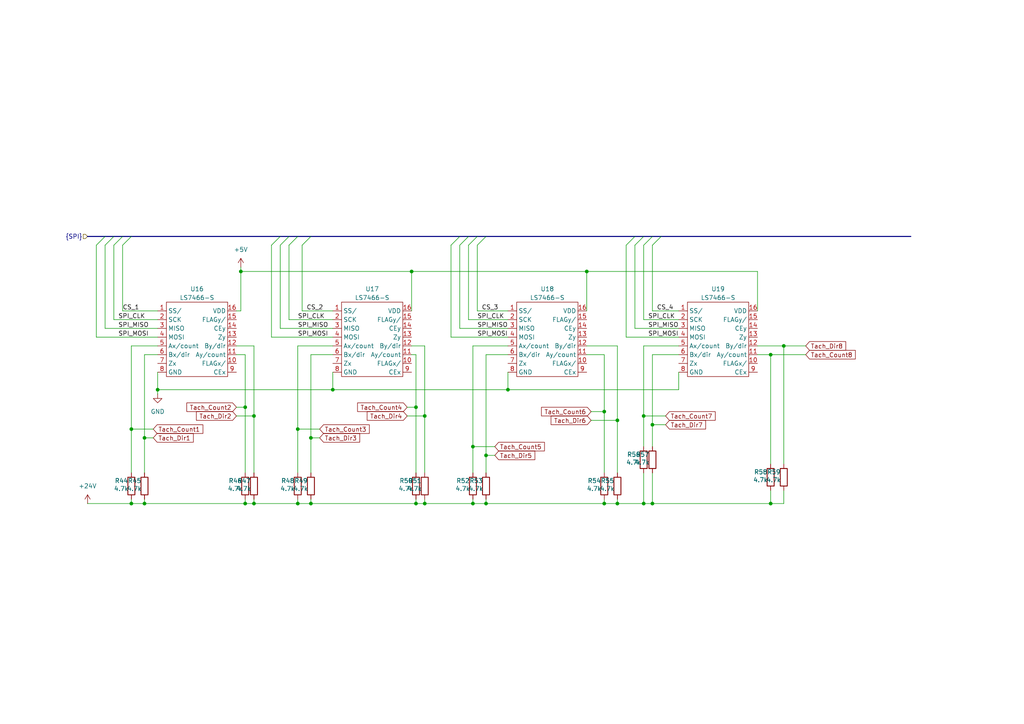
<source format=kicad_sch>
(kicad_sch
	(version 20231120)
	(generator "eeschema")
	(generator_version "8.0")
	(uuid "6b22f82d-022c-4eb1-aa49-e4e057651294")
	(paper "A4")
	(lib_symbols
		(symbol "Device:R"
			(pin_numbers hide)
			(pin_names
				(offset 0)
			)
			(exclude_from_sim no)
			(in_bom yes)
			(on_board yes)
			(property "Reference" "R"
				(at 2.032 0 90)
				(effects
					(font
						(size 1.27 1.27)
					)
				)
			)
			(property "Value" "R"
				(at 0 0 90)
				(effects
					(font
						(size 1.27 1.27)
					)
				)
			)
			(property "Footprint" ""
				(at -1.778 0 90)
				(effects
					(font
						(size 1.27 1.27)
					)
					(hide yes)
				)
			)
			(property "Datasheet" "~"
				(at 0 0 0)
				(effects
					(font
						(size 1.27 1.27)
					)
					(hide yes)
				)
			)
			(property "Description" "Resistor"
				(at 0 0 0)
				(effects
					(font
						(size 1.27 1.27)
					)
					(hide yes)
				)
			)
			(property "ki_keywords" "R res resistor"
				(at 0 0 0)
				(effects
					(font
						(size 1.27 1.27)
					)
					(hide yes)
				)
			)
			(property "ki_fp_filters" "R_*"
				(at 0 0 0)
				(effects
					(font
						(size 1.27 1.27)
					)
					(hide yes)
				)
			)
			(symbol "R_0_1"
				(rectangle
					(start -1.016 -2.54)
					(end 1.016 2.54)
					(stroke
						(width 0.254)
						(type default)
					)
					(fill
						(type none)
					)
				)
			)
			(symbol "R_1_1"
				(pin passive line
					(at 0 3.81 270)
					(length 1.27)
					(name "~"
						(effects
							(font
								(size 1.27 1.27)
							)
						)
					)
					(number "1"
						(effects
							(font
								(size 1.27 1.27)
							)
						)
					)
				)
				(pin passive line
					(at 0 -3.81 90)
					(length 1.27)
					(name "~"
						(effects
							(font
								(size 1.27 1.27)
							)
						)
					)
					(number "2"
						(effects
							(font
								(size 1.27 1.27)
							)
						)
					)
				)
			)
		)
		(symbol "HyprLib:LS7466"
			(exclude_from_sim no)
			(in_bom yes)
			(on_board yes)
			(property "Reference" "LS7466"
				(at 0 0 0)
				(effects
					(font
						(size 1.27 1.27)
					)
				)
			)
			(property "Value" ""
				(at 0 0 0)
				(effects
					(font
						(size 1.27 1.27)
					)
				)
			)
			(property "Footprint" "Package_SO:SOIC-16W_5.3x10.2mm_P1.27mm"
				(at 0 0 0)
				(effects
					(font
						(size 1.27 1.27)
					)
					(hide yes)
				)
			)
			(property "Datasheet" ""
				(at 0 0 0)
				(effects
					(font
						(size 1.27 1.27)
					)
					(hide yes)
				)
			)
			(property "Description" ""
				(at 0 0 0)
				(effects
					(font
						(size 1.27 1.27)
					)
					(hide yes)
				)
			)
			(symbol "LS7466_0_1"
				(rectangle
					(start -8.89 8.89)
					(end 8.89 -12.7)
					(stroke
						(width 0)
						(type default)
					)
					(fill
						(type none)
					)
				)
			)
			(symbol "LS7466_1_1"
				(pin input line
					(at -11.43 6.35 0)
					(length 2.54)
					(name "SS/"
						(effects
							(font
								(size 1.27 1.27)
							)
						)
					)
					(number "1"
						(effects
							(font
								(size 1.27 1.27)
							)
						)
					)
				)
				(pin input line
					(at 11.43 -8.89 180)
					(length 2.54)
					(name "FLAGx/"
						(effects
							(font
								(size 1.27 1.27)
							)
						)
					)
					(number "10"
						(effects
							(font
								(size 1.27 1.27)
							)
						)
					)
				)
				(pin input line
					(at 11.43 -6.35 180)
					(length 2.54)
					(name "Ay/count"
						(effects
							(font
								(size 1.27 1.27)
							)
						)
					)
					(number "11"
						(effects
							(font
								(size 1.27 1.27)
							)
						)
					)
				)
				(pin input line
					(at 11.43 -3.81 180)
					(length 2.54)
					(name "By/dir"
						(effects
							(font
								(size 1.27 1.27)
							)
						)
					)
					(number "12"
						(effects
							(font
								(size 1.27 1.27)
							)
						)
					)
				)
				(pin input line
					(at 11.43 -1.27 180)
					(length 2.54)
					(name "Zy"
						(effects
							(font
								(size 1.27 1.27)
							)
						)
					)
					(number "13"
						(effects
							(font
								(size 1.27 1.27)
							)
						)
					)
				)
				(pin input line
					(at 11.43 1.27 180)
					(length 2.54)
					(name "CEy"
						(effects
							(font
								(size 1.27 1.27)
							)
						)
					)
					(number "14"
						(effects
							(font
								(size 1.27 1.27)
							)
						)
					)
				)
				(pin input line
					(at 11.43 3.81 180)
					(length 2.54)
					(name "FLAGy/"
						(effects
							(font
								(size 1.27 1.27)
							)
						)
					)
					(number "15"
						(effects
							(font
								(size 1.27 1.27)
							)
						)
					)
				)
				(pin input line
					(at 11.43 6.35 180)
					(length 2.54)
					(name "VDD"
						(effects
							(font
								(size 1.27 1.27)
							)
						)
					)
					(number "16"
						(effects
							(font
								(size 1.27 1.27)
							)
						)
					)
				)
				(pin input line
					(at -11.43 3.81 0)
					(length 2.54)
					(name "SCK"
						(effects
							(font
								(size 1.27 1.27)
							)
						)
					)
					(number "2"
						(effects
							(font
								(size 1.27 1.27)
							)
						)
					)
				)
				(pin input line
					(at -11.43 1.27 0)
					(length 2.54)
					(name "MISO"
						(effects
							(font
								(size 1.27 1.27)
							)
						)
					)
					(number "3"
						(effects
							(font
								(size 1.27 1.27)
							)
						)
					)
				)
				(pin input line
					(at -11.43 -1.27 0)
					(length 2.54)
					(name "MOSI"
						(effects
							(font
								(size 1.27 1.27)
							)
						)
					)
					(number "4"
						(effects
							(font
								(size 1.27 1.27)
							)
						)
					)
				)
				(pin input line
					(at -11.43 -3.81 0)
					(length 2.54)
					(name "Ax/count"
						(effects
							(font
								(size 1.27 1.27)
							)
						)
					)
					(number "5"
						(effects
							(font
								(size 1.27 1.27)
							)
						)
					)
				)
				(pin input line
					(at -11.43 -6.35 0)
					(length 2.54)
					(name "Bx/dir"
						(effects
							(font
								(size 1.27 1.27)
							)
						)
					)
					(number "6"
						(effects
							(font
								(size 1.27 1.27)
							)
						)
					)
				)
				(pin input line
					(at -11.43 -8.89 0)
					(length 2.54)
					(name "Zx"
						(effects
							(font
								(size 1.27 1.27)
							)
						)
					)
					(number "7"
						(effects
							(font
								(size 1.27 1.27)
							)
						)
					)
				)
				(pin input line
					(at -11.43 -11.43 0)
					(length 2.54)
					(name "GND"
						(effects
							(font
								(size 1.27 1.27)
							)
						)
					)
					(number "8"
						(effects
							(font
								(size 1.27 1.27)
							)
						)
					)
				)
				(pin input line
					(at 11.43 -11.43 180)
					(length 2.54)
					(name "CEx"
						(effects
							(font
								(size 1.27 1.27)
							)
						)
					)
					(number "9"
						(effects
							(font
								(size 1.27 1.27)
							)
						)
					)
				)
			)
		)
		(symbol "power:+24V"
			(power)
			(pin_numbers hide)
			(pin_names
				(offset 0) hide)
			(exclude_from_sim no)
			(in_bom yes)
			(on_board yes)
			(property "Reference" "#PWR"
				(at 0 -3.81 0)
				(effects
					(font
						(size 1.27 1.27)
					)
					(hide yes)
				)
			)
			(property "Value" "+24V"
				(at 0 3.556 0)
				(effects
					(font
						(size 1.27 1.27)
					)
				)
			)
			(property "Footprint" ""
				(at 0 0 0)
				(effects
					(font
						(size 1.27 1.27)
					)
					(hide yes)
				)
			)
			(property "Datasheet" ""
				(at 0 0 0)
				(effects
					(font
						(size 1.27 1.27)
					)
					(hide yes)
				)
			)
			(property "Description" "Power symbol creates a global label with name \"+24V\""
				(at 0 0 0)
				(effects
					(font
						(size 1.27 1.27)
					)
					(hide yes)
				)
			)
			(property "ki_keywords" "global power"
				(at 0 0 0)
				(effects
					(font
						(size 1.27 1.27)
					)
					(hide yes)
				)
			)
			(symbol "+24V_0_1"
				(polyline
					(pts
						(xy -0.762 1.27) (xy 0 2.54)
					)
					(stroke
						(width 0)
						(type default)
					)
					(fill
						(type none)
					)
				)
				(polyline
					(pts
						(xy 0 0) (xy 0 2.54)
					)
					(stroke
						(width 0)
						(type default)
					)
					(fill
						(type none)
					)
				)
				(polyline
					(pts
						(xy 0 2.54) (xy 0.762 1.27)
					)
					(stroke
						(width 0)
						(type default)
					)
					(fill
						(type none)
					)
				)
			)
			(symbol "+24V_1_1"
				(pin power_in line
					(at 0 0 90)
					(length 0)
					(name "~"
						(effects
							(font
								(size 1.27 1.27)
							)
						)
					)
					(number "1"
						(effects
							(font
								(size 1.27 1.27)
							)
						)
					)
				)
			)
		)
		(symbol "power:+5V"
			(power)
			(pin_numbers hide)
			(pin_names
				(offset 0) hide)
			(exclude_from_sim no)
			(in_bom yes)
			(on_board yes)
			(property "Reference" "#PWR"
				(at 0 -3.81 0)
				(effects
					(font
						(size 1.27 1.27)
					)
					(hide yes)
				)
			)
			(property "Value" "+5V"
				(at 0 3.556 0)
				(effects
					(font
						(size 1.27 1.27)
					)
				)
			)
			(property "Footprint" ""
				(at 0 0 0)
				(effects
					(font
						(size 1.27 1.27)
					)
					(hide yes)
				)
			)
			(property "Datasheet" ""
				(at 0 0 0)
				(effects
					(font
						(size 1.27 1.27)
					)
					(hide yes)
				)
			)
			(property "Description" "Power symbol creates a global label with name \"+5V\""
				(at 0 0 0)
				(effects
					(font
						(size 1.27 1.27)
					)
					(hide yes)
				)
			)
			(property "ki_keywords" "global power"
				(at 0 0 0)
				(effects
					(font
						(size 1.27 1.27)
					)
					(hide yes)
				)
			)
			(symbol "+5V_0_1"
				(polyline
					(pts
						(xy -0.762 1.27) (xy 0 2.54)
					)
					(stroke
						(width 0)
						(type default)
					)
					(fill
						(type none)
					)
				)
				(polyline
					(pts
						(xy 0 0) (xy 0 2.54)
					)
					(stroke
						(width 0)
						(type default)
					)
					(fill
						(type none)
					)
				)
				(polyline
					(pts
						(xy 0 2.54) (xy 0.762 1.27)
					)
					(stroke
						(width 0)
						(type default)
					)
					(fill
						(type none)
					)
				)
			)
			(symbol "+5V_1_1"
				(pin power_in line
					(at 0 0 90)
					(length 0)
					(name "~"
						(effects
							(font
								(size 1.27 1.27)
							)
						)
					)
					(number "1"
						(effects
							(font
								(size 1.27 1.27)
							)
						)
					)
				)
			)
		)
		(symbol "power:GND"
			(power)
			(pin_numbers hide)
			(pin_names
				(offset 0) hide)
			(exclude_from_sim no)
			(in_bom yes)
			(on_board yes)
			(property "Reference" "#PWR"
				(at 0 -6.35 0)
				(effects
					(font
						(size 1.27 1.27)
					)
					(hide yes)
				)
			)
			(property "Value" "GND"
				(at 0 -3.81 0)
				(effects
					(font
						(size 1.27 1.27)
					)
				)
			)
			(property "Footprint" ""
				(at 0 0 0)
				(effects
					(font
						(size 1.27 1.27)
					)
					(hide yes)
				)
			)
			(property "Datasheet" ""
				(at 0 0 0)
				(effects
					(font
						(size 1.27 1.27)
					)
					(hide yes)
				)
			)
			(property "Description" "Power symbol creates a global label with name \"GND\" , ground"
				(at 0 0 0)
				(effects
					(font
						(size 1.27 1.27)
					)
					(hide yes)
				)
			)
			(property "ki_keywords" "global power"
				(at 0 0 0)
				(effects
					(font
						(size 1.27 1.27)
					)
					(hide yes)
				)
			)
			(symbol "GND_0_1"
				(polyline
					(pts
						(xy 0 0) (xy 0 -1.27) (xy 1.27 -1.27) (xy 0 -2.54) (xy -1.27 -1.27) (xy 0 -1.27)
					)
					(stroke
						(width 0)
						(type default)
					)
					(fill
						(type none)
					)
				)
			)
			(symbol "GND_1_1"
				(pin power_in line
					(at 0 0 270)
					(length 0)
					(name "~"
						(effects
							(font
								(size 1.27 1.27)
							)
						)
					)
					(number "1"
						(effects
							(font
								(size 1.27 1.27)
							)
						)
					)
				)
			)
		)
	)
	(bus_alias "SPI"
		(members "SPI_CLK" "SPI_MOSI" "SPI_MISO" "CS_1" "CS_2" "CS_3" "CS_4")
	)
	(junction
		(at 175.26 146.05)
		(diameter 0)
		(color 0 0 0 0)
		(uuid "00de05e6-4ba2-4601-b63e-9043909bc66c")
	)
	(junction
		(at 175.26 119.38)
		(diameter 0)
		(color 0 0 0 0)
		(uuid "088f9f95-b881-4495-9188-552ef61dcf41")
	)
	(junction
		(at 38.1 124.46)
		(diameter 0)
		(color 0 0 0 0)
		(uuid "11a6d8c2-5079-4ff8-bc06-7047e99c0b63")
	)
	(junction
		(at 140.97 146.05)
		(diameter 0)
		(color 0 0 0 0)
		(uuid "13523c3e-4e03-4dc5-af1b-ea86d6aee25f")
	)
	(junction
		(at 120.65 146.05)
		(diameter 0)
		(color 0 0 0 0)
		(uuid "1f8f901a-0b7c-4a2b-ae19-995d4d69ece3")
	)
	(junction
		(at 189.23 146.05)
		(diameter 0)
		(color 0 0 0 0)
		(uuid "2e1d86b0-8f33-47ab-a6fe-c087b9d4d3b7")
	)
	(junction
		(at 179.07 121.92)
		(diameter 0)
		(color 0 0 0 0)
		(uuid "33342b9d-8af1-4f6d-9cc7-23f8b247ec52")
	)
	(junction
		(at 119.38 78.74)
		(diameter 0)
		(color 0 0 0 0)
		(uuid "38e9fb25-64fa-45d7-90f5-280d1fba77f8")
	)
	(junction
		(at 227.33 100.33)
		(diameter 0)
		(color 0 0 0 0)
		(uuid "4699f5c4-4f2a-4fca-af87-6c3301ff0442")
	)
	(junction
		(at 73.66 120.65)
		(diameter 0)
		(color 0 0 0 0)
		(uuid "5b1e403c-ef52-446b-8acc-bd7ef5f8ab8d")
	)
	(junction
		(at 41.91 146.05)
		(diameter 0)
		(color 0 0 0 0)
		(uuid "71853423-c745-471d-9f18-ae95868c3d65")
	)
	(junction
		(at 179.07 146.05)
		(diameter 0)
		(color 0 0 0 0)
		(uuid "74184085-7a1d-413c-be93-cc1b023e9934")
	)
	(junction
		(at 189.23 123.19)
		(diameter 0)
		(color 0 0 0 0)
		(uuid "7b142923-afc5-4e32-8f7e-d763238c19dc")
	)
	(junction
		(at 69.85 78.74)
		(diameter 0)
		(color 0 0 0 0)
		(uuid "7cad688a-ae27-402a-8237-fa23d875c6e6")
	)
	(junction
		(at 90.17 127)
		(diameter 0)
		(color 0 0 0 0)
		(uuid "81577e2d-9163-469b-9da0-228916f4c1b8")
	)
	(junction
		(at 123.19 120.65)
		(diameter 0)
		(color 0 0 0 0)
		(uuid "87c1469c-224b-4aad-bb67-db52b7f23e58")
	)
	(junction
		(at 170.18 78.74)
		(diameter 0)
		(color 0 0 0 0)
		(uuid "8ac24c2e-8d2f-4aaf-b8a0-8f61f38fca48")
	)
	(junction
		(at 137.16 129.54)
		(diameter 0)
		(color 0 0 0 0)
		(uuid "908e4e8f-3db5-4e29-99bb-126086b2a7eb")
	)
	(junction
		(at 71.12 118.11)
		(diameter 0)
		(color 0 0 0 0)
		(uuid "9701eb34-e205-4d6f-8da4-6e3726b2b4f5")
	)
	(junction
		(at 90.17 146.05)
		(diameter 0)
		(color 0 0 0 0)
		(uuid "98a83193-69bc-4083-9335-a877c089b406")
	)
	(junction
		(at 120.65 118.11)
		(diameter 0)
		(color 0 0 0 0)
		(uuid "99ff7569-12ef-480f-a154-e5f197d91f15")
	)
	(junction
		(at 41.91 127)
		(diameter 0)
		(color 0 0 0 0)
		(uuid "9bbbca64-0e1f-4d9e-8ff2-dde941799c13")
	)
	(junction
		(at 137.16 146.05)
		(diameter 0)
		(color 0 0 0 0)
		(uuid "a169e146-3c96-48fe-8f02-171519470e96")
	)
	(junction
		(at 96.52 113.03)
		(diameter 0)
		(color 0 0 0 0)
		(uuid "a225e7f7-79b7-4630-aaf1-5bcdfac8ce77")
	)
	(junction
		(at 38.1 146.05)
		(diameter 0)
		(color 0 0 0 0)
		(uuid "a4c452a4-14a4-4e57-ba8d-aca70b87733b")
	)
	(junction
		(at 147.32 113.03)
		(diameter 0)
		(color 0 0 0 0)
		(uuid "a4e072da-1b01-4210-938b-796dc48c2f69")
	)
	(junction
		(at 223.52 102.87)
		(diameter 0)
		(color 0 0 0 0)
		(uuid "ab5e2676-2512-4c2b-895b-6fa61f4efa33")
	)
	(junction
		(at 71.12 146.05)
		(diameter 0)
		(color 0 0 0 0)
		(uuid "adbd4176-bc37-4993-b99a-77b3e7c03ddc")
	)
	(junction
		(at 45.72 113.03)
		(diameter 0)
		(color 0 0 0 0)
		(uuid "bbab726f-0be5-4519-bdda-92a4f2951dbf")
	)
	(junction
		(at 186.69 120.65)
		(diameter 0)
		(color 0 0 0 0)
		(uuid "bda82bf9-2e6f-4202-9aa1-9c33abd3e65b")
	)
	(junction
		(at 86.36 146.05)
		(diameter 0)
		(color 0 0 0 0)
		(uuid "d8e98eb7-7fdf-4abc-89f6-44114f7d1556")
	)
	(junction
		(at 86.36 124.46)
		(diameter 0)
		(color 0 0 0 0)
		(uuid "e0db7636-36c6-4264-ac6b-e7f8699e07a6")
	)
	(junction
		(at 223.52 146.05)
		(diameter 0)
		(color 0 0 0 0)
		(uuid "e566b13c-47a2-4671-98e3-2b53529f14db")
	)
	(junction
		(at 123.19 146.05)
		(diameter 0)
		(color 0 0 0 0)
		(uuid "e75f4ad0-f343-436c-b23c-a2126e9ba37a")
	)
	(junction
		(at 186.69 146.05)
		(diameter 0)
		(color 0 0 0 0)
		(uuid "ef1c9d94-0f86-4808-ac30-22021820512a")
	)
	(junction
		(at 140.97 132.08)
		(diameter 0)
		(color 0 0 0 0)
		(uuid "f703151b-c345-489b-b569-c13a84203122")
	)
	(junction
		(at 73.66 146.05)
		(diameter 0)
		(color 0 0 0 0)
		(uuid "f9e8463a-fc81-4782-be4b-b6f49bb30c50")
	)
	(bus_entry
		(at 38.1 68.58)
		(size -2.54 2.54)
		(stroke
			(width 0)
			(type default)
		)
		(uuid "0acc21b0-be8a-4e47-8a7d-0830dd1d1341")
	)
	(bus_entry
		(at 135.89 68.58)
		(size -2.54 2.54)
		(stroke
			(width 0)
			(type default)
		)
		(uuid "194cf416-6577-4f74-936a-28e35f872e90")
	)
	(bus_entry
		(at 186.69 68.58)
		(size -2.54 2.54)
		(stroke
			(width 0)
			(type default)
		)
		(uuid "20b1df69-e798-4a2b-bbb2-acd51431afa9")
	)
	(bus_entry
		(at 184.15 68.58)
		(size -2.54 2.54)
		(stroke
			(width 0)
			(type default)
		)
		(uuid "25cb175f-60f9-41e4-923d-8fdc1711bafd")
	)
	(bus_entry
		(at 133.35 68.58)
		(size -2.54 2.54)
		(stroke
			(width 0)
			(type default)
		)
		(uuid "2a7fdd3d-3b2f-4c16-b325-d66aabcf983f")
	)
	(bus_entry
		(at 189.23 68.58)
		(size -2.54 2.54)
		(stroke
			(width 0)
			(type default)
		)
		(uuid "2f10436c-b362-465d-bfcb-b2460f6400ed")
	)
	(bus_entry
		(at 35.56 68.58)
		(size -2.54 2.54)
		(stroke
			(width 0)
			(type default)
		)
		(uuid "451004f6-0231-4aca-91a7-f5c83960e35f")
	)
	(bus_entry
		(at 83.82 68.58)
		(size -2.54 2.54)
		(stroke
			(width 0)
			(type default)
		)
		(uuid "46cfaf2b-8c40-43f5-843a-e279ab2cf9ee")
	)
	(bus_entry
		(at 86.36 68.58)
		(size -2.54 2.54)
		(stroke
			(width 0)
			(type default)
		)
		(uuid "73d7aae7-07da-4013-960e-2ee3bb55287f")
	)
	(bus_entry
		(at 81.28 68.58)
		(size -2.54 2.54)
		(stroke
			(width 0)
			(type default)
		)
		(uuid "9d3a901a-58e1-45c4-898b-352a9ac4f6d3")
	)
	(bus_entry
		(at 30.48 68.58)
		(size -2.54 2.54)
		(stroke
			(width 0)
			(type default)
		)
		(uuid "9fdd1c1d-28d9-46bd-8715-4c6706bf188b")
	)
	(bus_entry
		(at 140.97 68.58)
		(size -2.54 2.54)
		(stroke
			(width 0)
			(type default)
		)
		(uuid "a2b963c7-28ed-44f8-a708-ac5fdad5e634")
	)
	(bus_entry
		(at 138.43 68.58)
		(size -2.54 2.54)
		(stroke
			(width 0)
			(type default)
		)
		(uuid "ab5ba1a0-1334-461a-93d7-86244ff2573b")
	)
	(bus_entry
		(at 191.77 68.58)
		(size -2.54 2.54)
		(stroke
			(width 0)
			(type default)
		)
		(uuid "b91868be-c2bc-4b37-9b5c-9da8d5adb4c4")
	)
	(bus_entry
		(at 90.17 68.58)
		(size -2.54 2.54)
		(stroke
			(width 0)
			(type default)
		)
		(uuid "cbf39511-ab17-4604-bdaa-2c15d4f54d04")
	)
	(bus_entry
		(at 33.02 68.58)
		(size -2.54 2.54)
		(stroke
			(width 0)
			(type default)
		)
		(uuid "dab7cb55-10e1-4a98-8d06-85e6e9a4f8e1")
	)
	(wire
		(pts
			(xy 86.36 124.46) (xy 86.36 137.16)
		)
		(stroke
			(width 0)
			(type default)
		)
		(uuid "017a7ef0-d91d-4ea3-908d-8935dd1a5f16")
	)
	(wire
		(pts
			(xy 69.85 78.74) (xy 69.85 90.17)
		)
		(stroke
			(width 0)
			(type default)
		)
		(uuid "0238f481-b718-4da8-bc1a-91c6a08ac1ed")
	)
	(wire
		(pts
			(xy 96.52 113.03) (xy 147.32 113.03)
		)
		(stroke
			(width 0)
			(type default)
		)
		(uuid "02921362-bedf-4ff6-87b8-1809ee01a75b")
	)
	(wire
		(pts
			(xy 68.58 118.11) (xy 71.12 118.11)
		)
		(stroke
			(width 0)
			(type default)
		)
		(uuid "05106e5e-2181-4cab-b7e3-031fbf63bde8")
	)
	(wire
		(pts
			(xy 189.23 146.05) (xy 223.52 146.05)
		)
		(stroke
			(width 0)
			(type default)
		)
		(uuid "05ae3b32-4123-4292-ad88-5fe093076341")
	)
	(wire
		(pts
			(xy 138.43 90.17) (xy 147.32 90.17)
		)
		(stroke
			(width 0)
			(type default)
		)
		(uuid "0617d31b-34e1-483a-a54e-e45d0f2ddd78")
	)
	(wire
		(pts
			(xy 147.32 107.95) (xy 147.32 113.03)
		)
		(stroke
			(width 0)
			(type default)
		)
		(uuid "08670b22-5756-4473-88cc-b891d86f9e13")
	)
	(bus
		(pts
			(xy 184.15 68.58) (xy 140.97 68.58)
		)
		(stroke
			(width 0)
			(type default)
		)
		(uuid "08e869f7-487e-45cf-8d94-851627100904")
	)
	(wire
		(pts
			(xy 68.58 120.65) (xy 73.66 120.65)
		)
		(stroke
			(width 0)
			(type default)
		)
		(uuid "0977d241-ccd5-452f-8e32-635f29931f35")
	)
	(wire
		(pts
			(xy 45.72 113.03) (xy 45.72 114.3)
		)
		(stroke
			(width 0)
			(type default)
		)
		(uuid "0b15fd8a-59c4-4633-bea1-226dd978a5b6")
	)
	(wire
		(pts
			(xy 189.23 71.12) (xy 189.23 90.17)
		)
		(stroke
			(width 0)
			(type default)
		)
		(uuid "0e636f98-afa9-4839-a6e5-3eb9e8d8aba7")
	)
	(wire
		(pts
			(xy 33.02 71.12) (xy 33.02 92.71)
		)
		(stroke
			(width 0)
			(type default)
		)
		(uuid "0f06fa4c-7adb-4971-9e2f-cf5f77c34fa8")
	)
	(wire
		(pts
			(xy 189.23 90.17) (xy 196.85 90.17)
		)
		(stroke
			(width 0)
			(type default)
		)
		(uuid "11d328f4-94e2-464b-9df8-3e1e14e488f0")
	)
	(wire
		(pts
			(xy 73.66 146.05) (xy 86.36 146.05)
		)
		(stroke
			(width 0)
			(type default)
		)
		(uuid "14b0bc3c-8852-40f7-8950-47c496c5e239")
	)
	(wire
		(pts
			(xy 233.68 102.87) (xy 223.52 102.87)
		)
		(stroke
			(width 0)
			(type default)
		)
		(uuid "14cc2654-248d-4fb4-b55c-25f23c983812")
	)
	(wire
		(pts
			(xy 71.12 146.05) (xy 73.66 146.05)
		)
		(stroke
			(width 0)
			(type default)
		)
		(uuid "152e529b-4ea7-4cbc-9011-8b505ddde4d9")
	)
	(wire
		(pts
			(xy 223.52 102.87) (xy 219.71 102.87)
		)
		(stroke
			(width 0)
			(type default)
		)
		(uuid "1715a396-e0f8-4aea-bb1d-18045dafee63")
	)
	(wire
		(pts
			(xy 78.74 97.79) (xy 96.52 97.79)
		)
		(stroke
			(width 0)
			(type default)
		)
		(uuid "17940040-0d48-4540-88d6-f54926b728ca")
	)
	(bus
		(pts
			(xy 189.23 68.58) (xy 186.69 68.58)
		)
		(stroke
			(width 0)
			(type default)
		)
		(uuid "18bc20cf-2c8e-4ea3-b327-892bb63a75b5")
	)
	(wire
		(pts
			(xy 35.56 71.12) (xy 35.56 90.17)
		)
		(stroke
			(width 0)
			(type default)
		)
		(uuid "18fd3a4c-8df5-4314-bced-951a46b447b0")
	)
	(wire
		(pts
			(xy 69.85 77.47) (xy 69.85 78.74)
		)
		(stroke
			(width 0)
			(type default)
		)
		(uuid "1befb70d-9441-4b17-a012-ca640b10706b")
	)
	(wire
		(pts
			(xy 86.36 100.33) (xy 86.36 124.46)
		)
		(stroke
			(width 0)
			(type default)
		)
		(uuid "1c7c4a80-76c9-42d3-95ab-d985ffc58ec0")
	)
	(wire
		(pts
			(xy 119.38 102.87) (xy 120.65 102.87)
		)
		(stroke
			(width 0)
			(type default)
		)
		(uuid "1cb5c5c5-5dd9-49b0-bb58-35b9212afc4a")
	)
	(wire
		(pts
			(xy 137.16 144.78) (xy 137.16 146.05)
		)
		(stroke
			(width 0)
			(type default)
		)
		(uuid "1fb8631d-5814-47db-8845-8dc9101189a8")
	)
	(bus
		(pts
			(xy 186.69 68.58) (xy 184.15 68.58)
		)
		(stroke
			(width 0)
			(type default)
		)
		(uuid "218125b1-3df7-4d3f-9c8d-9b717274c483")
	)
	(wire
		(pts
			(xy 90.17 146.05) (xy 120.65 146.05)
		)
		(stroke
			(width 0)
			(type default)
		)
		(uuid "21f38136-3290-4878-b006-01d10d8f955f")
	)
	(wire
		(pts
			(xy 78.74 71.12) (xy 78.74 97.79)
		)
		(stroke
			(width 0)
			(type default)
		)
		(uuid "2368ee00-81ac-4781-aa64-793dd9d673f1")
	)
	(wire
		(pts
			(xy 186.69 71.12) (xy 186.69 92.71)
		)
		(stroke
			(width 0)
			(type default)
		)
		(uuid "2566a392-c2c0-4a0f-8b5f-e57dfa2c38d6")
	)
	(wire
		(pts
			(xy 68.58 100.33) (xy 73.66 100.33)
		)
		(stroke
			(width 0)
			(type default)
		)
		(uuid "2b998651-0191-4f9a-9acb-df1ab4af2164")
	)
	(wire
		(pts
			(xy 186.69 100.33) (xy 186.69 120.65)
		)
		(stroke
			(width 0)
			(type default)
		)
		(uuid "2be87dd6-960e-49e5-8537-058035cbe104")
	)
	(wire
		(pts
			(xy 170.18 100.33) (xy 179.07 100.33)
		)
		(stroke
			(width 0)
			(type default)
		)
		(uuid "2f468a17-255a-4bd8-ac49-71ce221ab407")
	)
	(wire
		(pts
			(xy 179.07 146.05) (xy 186.69 146.05)
		)
		(stroke
			(width 0)
			(type default)
		)
		(uuid "314d6c8c-f48a-4b93-b982-ed7a9863469b")
	)
	(wire
		(pts
			(xy 175.26 119.38) (xy 175.26 137.16)
		)
		(stroke
			(width 0)
			(type default)
		)
		(uuid "326d6334-e4ef-48fc-bc29-a3a7d7692593")
	)
	(wire
		(pts
			(xy 135.89 71.12) (xy 135.89 92.71)
		)
		(stroke
			(width 0)
			(type default)
		)
		(uuid "33b4571c-5f5b-451c-96f1-db61035bc351")
	)
	(wire
		(pts
			(xy 41.91 127) (xy 41.91 137.16)
		)
		(stroke
			(width 0)
			(type default)
		)
		(uuid "343b3b69-674c-4825-8571-fa33c41e69c8")
	)
	(wire
		(pts
			(xy 68.58 102.87) (xy 71.12 102.87)
		)
		(stroke
			(width 0)
			(type default)
		)
		(uuid "36690861-6db9-4595-94fd-e7ad2d120bc4")
	)
	(wire
		(pts
			(xy 189.23 102.87) (xy 189.23 123.19)
		)
		(stroke
			(width 0)
			(type default)
		)
		(uuid "3d110d4f-c18a-4f88-9a49-d4f8bef58b3e")
	)
	(wire
		(pts
			(xy 73.66 144.78) (xy 73.66 146.05)
		)
		(stroke
			(width 0)
			(type default)
		)
		(uuid "3f083b85-48eb-460f-b2bc-aa79ecec6762")
	)
	(wire
		(pts
			(xy 120.65 102.87) (xy 120.65 118.11)
		)
		(stroke
			(width 0)
			(type default)
		)
		(uuid "42be9058-735c-4203-abaf-0d7b5359a35d")
	)
	(wire
		(pts
			(xy 175.26 102.87) (xy 175.26 119.38)
		)
		(stroke
			(width 0)
			(type default)
		)
		(uuid "43fa878a-b909-4678-9052-59ddd68b54f4")
	)
	(wire
		(pts
			(xy 69.85 90.17) (xy 68.58 90.17)
		)
		(stroke
			(width 0)
			(type default)
		)
		(uuid "445b243b-e281-40b8-a443-8774e5d454fe")
	)
	(bus
		(pts
			(xy 81.28 68.58) (xy 83.82 68.58)
		)
		(stroke
			(width 0)
			(type default)
		)
		(uuid "4707004f-dce6-4af9-9fc5-44fe9dea082a")
	)
	(wire
		(pts
			(xy 27.94 71.12) (xy 27.94 97.79)
		)
		(stroke
			(width 0)
			(type default)
		)
		(uuid "47d3b22f-3a7a-48de-af69-a56c8affce74")
	)
	(wire
		(pts
			(xy 86.36 100.33) (xy 96.52 100.33)
		)
		(stroke
			(width 0)
			(type default)
		)
		(uuid "48c608ff-d4db-4756-bf9b-fbceccfa82b6")
	)
	(bus
		(pts
			(xy 86.36 68.58) (xy 90.17 68.58)
		)
		(stroke
			(width 0)
			(type default)
		)
		(uuid "49a5b46f-872d-4c43-9258-b6e8db1d1962")
	)
	(bus
		(pts
			(xy 135.89 68.58) (xy 138.43 68.58)
		)
		(stroke
			(width 0)
			(type default)
		)
		(uuid "4be62b2f-c515-4695-9bc2-6279c024052f")
	)
	(bus
		(pts
			(xy 25.4 68.58) (xy 30.48 68.58)
		)
		(stroke
			(width 0)
			(type default)
		)
		(uuid "4ccf24bc-d8eb-4f5f-bea6-b6b64cee9ded")
	)
	(wire
		(pts
			(xy 227.33 100.33) (xy 233.68 100.33)
		)
		(stroke
			(width 0)
			(type default)
		)
		(uuid "4e3c06f5-77fa-4fdc-936f-fcfd2141cbc5")
	)
	(wire
		(pts
			(xy 38.1 124.46) (xy 38.1 137.16)
		)
		(stroke
			(width 0)
			(type default)
		)
		(uuid "5043de49-ffa9-4066-b26a-6978a06e12ec")
	)
	(wire
		(pts
			(xy 96.52 107.95) (xy 96.52 113.03)
		)
		(stroke
			(width 0)
			(type default)
		)
		(uuid "51f8c539-d15e-4556-8532-a0fa60e53447")
	)
	(wire
		(pts
			(xy 179.07 100.33) (xy 179.07 121.92)
		)
		(stroke
			(width 0)
			(type default)
		)
		(uuid "53701424-3399-4f24-a726-d96d0060f12d")
	)
	(wire
		(pts
			(xy 30.48 95.25) (xy 45.72 95.25)
		)
		(stroke
			(width 0)
			(type default)
		)
		(uuid "53c60dc2-8aa8-473c-9072-9293ee37bef1")
	)
	(bus
		(pts
			(xy 35.56 68.58) (xy 38.1 68.58)
		)
		(stroke
			(width 0)
			(type default)
		)
		(uuid "55cbf7f5-7046-4fb8-83e2-408f8a0d4aac")
	)
	(wire
		(pts
			(xy 137.16 100.33) (xy 147.32 100.33)
		)
		(stroke
			(width 0)
			(type default)
		)
		(uuid "56ef23d5-07aa-44ed-9155-91d557e6c531")
	)
	(wire
		(pts
			(xy 175.26 146.05) (xy 179.07 146.05)
		)
		(stroke
			(width 0)
			(type default)
		)
		(uuid "56fd8af2-77d0-4ce5-b5c5-664241216c79")
	)
	(wire
		(pts
			(xy 184.15 71.12) (xy 184.15 95.25)
		)
		(stroke
			(width 0)
			(type default)
		)
		(uuid "57661b0a-6c0b-438f-a32e-2289841cd28c")
	)
	(wire
		(pts
			(xy 189.23 123.19) (xy 193.04 123.19)
		)
		(stroke
			(width 0)
			(type default)
		)
		(uuid "587e79c2-466f-4a69-b4f7-de5f66ca7f0e")
	)
	(wire
		(pts
			(xy 87.63 71.12) (xy 87.63 90.17)
		)
		(stroke
			(width 0)
			(type default)
		)
		(uuid "59e3e9fe-dfe5-451f-beac-712602730e64")
	)
	(wire
		(pts
			(xy 186.69 146.05) (xy 189.23 146.05)
		)
		(stroke
			(width 0)
			(type default)
		)
		(uuid "5a4fdba3-806a-4e3b-964d-cf8055972a40")
	)
	(wire
		(pts
			(xy 140.97 102.87) (xy 140.97 132.08)
		)
		(stroke
			(width 0)
			(type default)
		)
		(uuid "5c065ad6-884a-40a1-838c-eeac116eb0ad")
	)
	(wire
		(pts
			(xy 90.17 102.87) (xy 96.52 102.87)
		)
		(stroke
			(width 0)
			(type default)
		)
		(uuid "5c86e67a-9725-4eb2-9fda-6ea9e441511e")
	)
	(wire
		(pts
			(xy 25.4 146.05) (xy 38.1 146.05)
		)
		(stroke
			(width 0)
			(type default)
		)
		(uuid "62ed849e-90d3-4712-aeb3-f661fc38bd8e")
	)
	(wire
		(pts
			(xy 137.16 129.54) (xy 137.16 137.16)
		)
		(stroke
			(width 0)
			(type default)
		)
		(uuid "630fd911-14cb-4d3f-868d-c355d9164053")
	)
	(bus
		(pts
			(xy 38.1 68.58) (xy 81.28 68.58)
		)
		(stroke
			(width 0)
			(type default)
		)
		(uuid "656e9655-9082-4209-8c31-22a3eda0d52d")
	)
	(wire
		(pts
			(xy 41.91 102.87) (xy 41.91 127)
		)
		(stroke
			(width 0)
			(type default)
		)
		(uuid "6726193e-dcb3-49bc-89da-df4a4e0ad0d4")
	)
	(wire
		(pts
			(xy 41.91 144.78) (xy 41.91 146.05)
		)
		(stroke
			(width 0)
			(type default)
		)
		(uuid "68070b6a-df53-4ef2-85df-86edfdf55bd9")
	)
	(wire
		(pts
			(xy 86.36 146.05) (xy 90.17 146.05)
		)
		(stroke
			(width 0)
			(type default)
		)
		(uuid "696df672-cf12-41b6-9170-d2ac1e6be2f0")
	)
	(wire
		(pts
			(xy 87.63 90.17) (xy 96.52 90.17)
		)
		(stroke
			(width 0)
			(type default)
		)
		(uuid "69807b63-3015-4ef7-95b6-673a465079c0")
	)
	(wire
		(pts
			(xy 140.97 102.87) (xy 147.32 102.87)
		)
		(stroke
			(width 0)
			(type default)
		)
		(uuid "6b57d299-fb70-4427-a6f4-e346490811c5")
	)
	(wire
		(pts
			(xy 41.91 102.87) (xy 45.72 102.87)
		)
		(stroke
			(width 0)
			(type default)
		)
		(uuid "6ba3f9bc-e290-48ca-a96f-ed9731b7a24f")
	)
	(wire
		(pts
			(xy 227.33 142.24) (xy 227.33 146.05)
		)
		(stroke
			(width 0)
			(type default)
		)
		(uuid "6c87c1f5-1c14-4d31-b2e5-75de3a76d012")
	)
	(wire
		(pts
			(xy 73.66 120.65) (xy 73.66 137.16)
		)
		(stroke
			(width 0)
			(type default)
		)
		(uuid "6d52143c-a21a-4970-9ada-d76eb6d9d65b")
	)
	(wire
		(pts
			(xy 138.43 71.12) (xy 138.43 90.17)
		)
		(stroke
			(width 0)
			(type default)
		)
		(uuid "6d7f6822-deb2-48e3-99da-b04c87a16dd5")
	)
	(wire
		(pts
			(xy 186.69 100.33) (xy 196.85 100.33)
		)
		(stroke
			(width 0)
			(type default)
		)
		(uuid "72b28882-c6b2-437d-ae8c-fe4bb2a1b143")
	)
	(wire
		(pts
			(xy 120.65 146.05) (xy 123.19 146.05)
		)
		(stroke
			(width 0)
			(type default)
		)
		(uuid "72d2052b-9840-452a-8cb6-52b4ca5cc04d")
	)
	(wire
		(pts
			(xy 186.69 120.65) (xy 193.04 120.65)
		)
		(stroke
			(width 0)
			(type default)
		)
		(uuid "735b2ba3-f473-4e34-8bf5-d8be7b94fe62")
	)
	(wire
		(pts
			(xy 196.85 113.03) (xy 147.32 113.03)
		)
		(stroke
			(width 0)
			(type default)
		)
		(uuid "758046ed-d764-4485-b0a5-19c5a75188e7")
	)
	(wire
		(pts
			(xy 140.97 146.05) (xy 175.26 146.05)
		)
		(stroke
			(width 0)
			(type default)
		)
		(uuid "770650eb-eabb-4d83-9e3c-dbe66b9e7fbe")
	)
	(wire
		(pts
			(xy 179.07 121.92) (xy 179.07 137.16)
		)
		(stroke
			(width 0)
			(type default)
		)
		(uuid "79d995fc-f376-41e9-9d6a-4b14bf390488")
	)
	(bus
		(pts
			(xy 33.02 68.58) (xy 35.56 68.58)
		)
		(stroke
			(width 0)
			(type default)
		)
		(uuid "7bba4011-9bb9-444a-878d-294600aea7de")
	)
	(wire
		(pts
			(xy 186.69 92.71) (xy 196.85 92.71)
		)
		(stroke
			(width 0)
			(type default)
		)
		(uuid "7d6e295b-4d33-4b82-9352-fee14646ea9e")
	)
	(wire
		(pts
			(xy 27.94 97.79) (xy 45.72 97.79)
		)
		(stroke
			(width 0)
			(type default)
		)
		(uuid "84422798-c892-46b4-8329-93fccae42113")
	)
	(wire
		(pts
			(xy 219.71 90.17) (xy 219.71 78.74)
		)
		(stroke
			(width 0)
			(type default)
		)
		(uuid "849d9d7e-e141-4bb0-b38a-95cd3aa0ed75")
	)
	(wire
		(pts
			(xy 123.19 120.65) (xy 123.19 137.16)
		)
		(stroke
			(width 0)
			(type default)
		)
		(uuid "874caa5d-32e3-4824-9280-699d28d30681")
	)
	(wire
		(pts
			(xy 140.97 132.08) (xy 143.51 132.08)
		)
		(stroke
			(width 0)
			(type default)
		)
		(uuid "88a2c24a-f716-4fef-a7f6-8a39335d02bf")
	)
	(wire
		(pts
			(xy 184.15 95.25) (xy 196.85 95.25)
		)
		(stroke
			(width 0)
			(type default)
		)
		(uuid "89646937-0033-4d70-84a9-60d279f3c007")
	)
	(wire
		(pts
			(xy 38.1 100.33) (xy 45.72 100.33)
		)
		(stroke
			(width 0)
			(type default)
		)
		(uuid "8a5e28a3-f1c5-4537-a7f7-b5f544039540")
	)
	(wire
		(pts
			(xy 137.16 100.33) (xy 137.16 129.54)
		)
		(stroke
			(width 0)
			(type default)
		)
		(uuid "8a62e508-0f32-4c85-9c11-84078ae70a52")
	)
	(wire
		(pts
			(xy 189.23 137.16) (xy 189.23 146.05)
		)
		(stroke
			(width 0)
			(type default)
		)
		(uuid "8cdc6035-1aac-4386-8052-61992a254069")
	)
	(wire
		(pts
			(xy 196.85 107.95) (xy 196.85 113.03)
		)
		(stroke
			(width 0)
			(type default)
		)
		(uuid "915f4027-06be-4a24-9a05-177453fd2b6f")
	)
	(wire
		(pts
			(xy 38.1 100.33) (xy 38.1 124.46)
		)
		(stroke
			(width 0)
			(type default)
		)
		(uuid "92ee1ca5-7df0-418f-a296-006c545a44f8")
	)
	(bus
		(pts
			(xy 90.17 68.58) (xy 133.35 68.58)
		)
		(stroke
			(width 0)
			(type default)
		)
		(uuid "93b631ab-ead9-4aad-9f89-21539f898dbc")
	)
	(wire
		(pts
			(xy 41.91 146.05) (xy 71.12 146.05)
		)
		(stroke
			(width 0)
			(type default)
		)
		(uuid "956be4ea-8390-4d6f-bc96-963ffbab9b68")
	)
	(wire
		(pts
			(xy 86.36 144.78) (xy 86.36 146.05)
		)
		(stroke
			(width 0)
			(type default)
		)
		(uuid "960db107-260c-4805-9711-ab71e799eae5")
	)
	(wire
		(pts
			(xy 130.81 97.79) (xy 147.32 97.79)
		)
		(stroke
			(width 0)
			(type default)
		)
		(uuid "9617cb26-8c7f-4163-a828-da1b7145d2a5")
	)
	(wire
		(pts
			(xy 90.17 102.87) (xy 90.17 127)
		)
		(stroke
			(width 0)
			(type default)
		)
		(uuid "9666da33-94d4-437f-a089-4ff67e166e95")
	)
	(wire
		(pts
			(xy 137.16 129.54) (xy 143.51 129.54)
		)
		(stroke
			(width 0)
			(type default)
		)
		(uuid "9705c619-7383-4edd-942a-546cf43efe76")
	)
	(wire
		(pts
			(xy 123.19 146.05) (xy 137.16 146.05)
		)
		(stroke
			(width 0)
			(type default)
		)
		(uuid "9798b83a-883e-4dec-8038-767e21476435")
	)
	(wire
		(pts
			(xy 38.1 146.05) (xy 41.91 146.05)
		)
		(stroke
			(width 0)
			(type default)
		)
		(uuid "9b056c8a-bd7d-4e63-99e5-757a30d74389")
	)
	(wire
		(pts
			(xy 123.19 100.33) (xy 123.19 120.65)
		)
		(stroke
			(width 0)
			(type default)
		)
		(uuid "9b4b91a8-eeca-4490-9a14-8bb274f86aa6")
	)
	(wire
		(pts
			(xy 81.28 95.25) (xy 96.52 95.25)
		)
		(stroke
			(width 0)
			(type default)
		)
		(uuid "9bae547a-a20a-4891-a6bc-a8f2463fcf30")
	)
	(wire
		(pts
			(xy 181.61 71.12) (xy 181.61 97.79)
		)
		(stroke
			(width 0)
			(type default)
		)
		(uuid "9c33a550-311a-42ba-83d0-2bea231d3bcf")
	)
	(wire
		(pts
			(xy 171.45 119.38) (xy 175.26 119.38)
		)
		(stroke
			(width 0)
			(type default)
		)
		(uuid "9d58832f-0737-4298-995d-11129e434d95")
	)
	(wire
		(pts
			(xy 123.19 144.78) (xy 123.19 146.05)
		)
		(stroke
			(width 0)
			(type default)
		)
		(uuid "9eee59b6-b8a7-4ff9-8929-1bdbd74453dd")
	)
	(wire
		(pts
			(xy 219.71 100.33) (xy 227.33 100.33)
		)
		(stroke
			(width 0)
			(type default)
		)
		(uuid "a3ed9b11-cb6b-4420-b8c5-9d1c19972200")
	)
	(wire
		(pts
			(xy 118.11 120.65) (xy 123.19 120.65)
		)
		(stroke
			(width 0)
			(type default)
		)
		(uuid "a4372ccf-f2ba-4423-951f-f5151a79a523")
	)
	(wire
		(pts
			(xy 119.38 90.17) (xy 119.38 78.74)
		)
		(stroke
			(width 0)
			(type default)
		)
		(uuid "a48355f9-958c-4745-b1d7-e638eeac939d")
	)
	(wire
		(pts
			(xy 223.52 142.24) (xy 223.52 146.05)
		)
		(stroke
			(width 0)
			(type default)
		)
		(uuid "a9c7da2d-6e63-458d-a55b-4bc9ac25b50a")
	)
	(wire
		(pts
			(xy 179.07 144.78) (xy 179.07 146.05)
		)
		(stroke
			(width 0)
			(type default)
		)
		(uuid "accc5504-cd01-42f7-a9f3-ab5a878c85da")
	)
	(wire
		(pts
			(xy 96.52 113.03) (xy 45.72 113.03)
		)
		(stroke
			(width 0)
			(type default)
		)
		(uuid "ad8a1590-a549-47f5-b345-1ad1b0e3168d")
	)
	(bus
		(pts
			(xy 83.82 68.58) (xy 86.36 68.58)
		)
		(stroke
			(width 0)
			(type default)
		)
		(uuid "afe8078d-4915-4e02-bb72-b21e1e1de662")
	)
	(wire
		(pts
			(xy 38.1 144.78) (xy 38.1 146.05)
		)
		(stroke
			(width 0)
			(type default)
		)
		(uuid "b027dca1-fec3-4191-8dd3-917b38d2d54f")
	)
	(wire
		(pts
			(xy 45.72 107.95) (xy 45.72 113.03)
		)
		(stroke
			(width 0)
			(type default)
		)
		(uuid "b082ea92-04b1-4ece-8b6c-25f3af0367de")
	)
	(wire
		(pts
			(xy 133.35 71.12) (xy 133.35 95.25)
		)
		(stroke
			(width 0)
			(type default)
		)
		(uuid "b56072b3-ff7b-44d9-b130-210ea797004b")
	)
	(wire
		(pts
			(xy 186.69 137.16) (xy 186.69 146.05)
		)
		(stroke
			(width 0)
			(type default)
		)
		(uuid "b6203121-6475-44b2-8ee5-7e2593c56230")
	)
	(wire
		(pts
			(xy 35.56 90.17) (xy 45.72 90.17)
		)
		(stroke
			(width 0)
			(type default)
		)
		(uuid "b8f5af8f-84ae-4944-ace3-9095922707b9")
	)
	(wire
		(pts
			(xy 86.36 124.46) (xy 92.71 124.46)
		)
		(stroke
			(width 0)
			(type default)
		)
		(uuid "bcefebef-ff39-48b6-939f-0daae69ea6a7")
	)
	(wire
		(pts
			(xy 219.71 78.74) (xy 170.18 78.74)
		)
		(stroke
			(width 0)
			(type default)
		)
		(uuid "bd3a8578-2555-4b59-a5ca-0235f6f45c68")
	)
	(wire
		(pts
			(xy 223.52 102.87) (xy 223.52 134.62)
		)
		(stroke
			(width 0)
			(type default)
		)
		(uuid "be934b32-3505-4e4f-a9a1-82b72d2ca22d")
	)
	(wire
		(pts
			(xy 71.12 102.87) (xy 71.12 118.11)
		)
		(stroke
			(width 0)
			(type default)
		)
		(uuid "c006eead-9c1b-476c-b83f-3297e2c47084")
	)
	(wire
		(pts
			(xy 170.18 78.74) (xy 119.38 78.74)
		)
		(stroke
			(width 0)
			(type default)
		)
		(uuid "c3744f2a-8b66-453c-862a-56347e337620")
	)
	(wire
		(pts
			(xy 170.18 102.87) (xy 175.26 102.87)
		)
		(stroke
			(width 0)
			(type default)
		)
		(uuid "c4ec52bc-2473-4e97-8365-25498817ad9a")
	)
	(wire
		(pts
			(xy 135.89 92.71) (xy 147.32 92.71)
		)
		(stroke
			(width 0)
			(type default)
		)
		(uuid "c4f28b88-b9b2-469b-9827-5d77ec5e2c91")
	)
	(wire
		(pts
			(xy 189.23 123.19) (xy 189.23 129.54)
		)
		(stroke
			(width 0)
			(type default)
		)
		(uuid "c6b51e2f-c096-4883-b4c4-0beabe282725")
	)
	(wire
		(pts
			(xy 130.81 71.12) (xy 130.81 97.79)
		)
		(stroke
			(width 0)
			(type default)
		)
		(uuid "c74141b9-8541-48a0-a6ba-cf66878cf489")
	)
	(wire
		(pts
			(xy 137.16 146.05) (xy 140.97 146.05)
		)
		(stroke
			(width 0)
			(type default)
		)
		(uuid "c78aaa85-b063-465c-a994-2643c21cb4fa")
	)
	(wire
		(pts
			(xy 38.1 124.46) (xy 44.45 124.46)
		)
		(stroke
			(width 0)
			(type default)
		)
		(uuid "c8dc026c-cd4e-41f9-8bb6-683a348ae1ec")
	)
	(wire
		(pts
			(xy 30.48 95.25) (xy 30.48 71.12)
		)
		(stroke
			(width 0)
			(type default)
		)
		(uuid "ca760b3b-0e1f-4e9e-9f66-74b326824d12")
	)
	(wire
		(pts
			(xy 71.12 118.11) (xy 71.12 137.16)
		)
		(stroke
			(width 0)
			(type default)
		)
		(uuid "cb45be0a-4d40-4b58-b72a-cbc1f5b02f52")
	)
	(wire
		(pts
			(xy 170.18 90.17) (xy 170.18 78.74)
		)
		(stroke
			(width 0)
			(type default)
		)
		(uuid "cb65af0b-5017-4707-ba6a-eaffa4b86d27")
	)
	(bus
		(pts
			(xy 191.77 68.58) (xy 264.16 68.58)
		)
		(stroke
			(width 0)
			(type default)
		)
		(uuid "cc4dd4e4-ff5f-4b2e-923c-974e0f1d9895")
	)
	(wire
		(pts
			(xy 120.65 144.78) (xy 120.65 146.05)
		)
		(stroke
			(width 0)
			(type default)
		)
		(uuid "d280e058-10bb-4ed3-a115-d408a36b950a")
	)
	(wire
		(pts
			(xy 90.17 127) (xy 90.17 137.16)
		)
		(stroke
			(width 0)
			(type default)
		)
		(uuid "d36f86a1-62ca-42a7-bdbe-d66771ca13d2")
	)
	(wire
		(pts
			(xy 227.33 100.33) (xy 227.33 134.62)
		)
		(stroke
			(width 0)
			(type default)
		)
		(uuid "d458ea75-f90b-4870-a68a-a30f65ed2607")
	)
	(wire
		(pts
			(xy 73.66 100.33) (xy 73.66 120.65)
		)
		(stroke
			(width 0)
			(type default)
		)
		(uuid "d8f6c29d-c592-41fd-8ae2-172ef185a181")
	)
	(wire
		(pts
			(xy 123.19 100.33) (xy 119.38 100.33)
		)
		(stroke
			(width 0)
			(type default)
		)
		(uuid "dc4b2abf-ca5d-4399-ae45-fc7838af8d4d")
	)
	(bus
		(pts
			(xy 133.35 68.58) (xy 135.89 68.58)
		)
		(stroke
			(width 0)
			(type default)
		)
		(uuid "dc7f098e-36b7-47e6-b666-d5dd437a8c1a")
	)
	(bus
		(pts
			(xy 30.48 68.58) (xy 33.02 68.58)
		)
		(stroke
			(width 0)
			(type default)
		)
		(uuid "dd65c1c9-439f-4db4-92ab-757fc703afde")
	)
	(wire
		(pts
			(xy 175.26 144.78) (xy 175.26 146.05)
		)
		(stroke
			(width 0)
			(type default)
		)
		(uuid "dfc235b0-9641-46db-83df-89d613e02d03")
	)
	(wire
		(pts
			(xy 120.65 118.11) (xy 120.65 137.16)
		)
		(stroke
			(width 0)
			(type default)
		)
		(uuid "e4854968-0d48-42d1-9f48-78f2fb51833c")
	)
	(wire
		(pts
			(xy 90.17 127) (xy 92.71 127)
		)
		(stroke
			(width 0)
			(type default)
		)
		(uuid "e4c48b83-ba1b-4d16-b53f-ab3fe3efcd5d")
	)
	(wire
		(pts
			(xy 171.45 121.92) (xy 179.07 121.92)
		)
		(stroke
			(width 0)
			(type default)
		)
		(uuid "e6ba8253-465a-44ad-aa57-bcf4bbd7d3fd")
	)
	(wire
		(pts
			(xy 133.35 95.25) (xy 147.32 95.25)
		)
		(stroke
			(width 0)
			(type default)
		)
		(uuid "e7e6ac01-2977-4156-9e56-9b83265c04b4")
	)
	(wire
		(pts
			(xy 118.11 118.11) (xy 120.65 118.11)
		)
		(stroke
			(width 0)
			(type default)
		)
		(uuid "e9b644c2-0db8-4af5-aa17-c5d6b23abdb7")
	)
	(wire
		(pts
			(xy 189.23 102.87) (xy 196.85 102.87)
		)
		(stroke
			(width 0)
			(type default)
		)
		(uuid "ea067928-06d1-4235-a9a6-0f0069af48cd")
	)
	(wire
		(pts
			(xy 90.17 144.78) (xy 90.17 146.05)
		)
		(stroke
			(width 0)
			(type default)
		)
		(uuid "ea1f6f6c-af26-413d-b707-f9d44af9a900")
	)
	(wire
		(pts
			(xy 140.97 132.08) (xy 140.97 137.16)
		)
		(stroke
			(width 0)
			(type default)
		)
		(uuid "eb5374b6-06a1-4860-9ecf-82b98141bfa6")
	)
	(wire
		(pts
			(xy 71.12 144.78) (xy 71.12 146.05)
		)
		(stroke
			(width 0)
			(type default)
		)
		(uuid "ebb70da8-5391-4e81-9d59-d8b6c27f1507")
	)
	(wire
		(pts
			(xy 223.52 146.05) (xy 227.33 146.05)
		)
		(stroke
			(width 0)
			(type default)
		)
		(uuid "ee67f704-5b56-4948-ad64-d1aa59bb770b")
	)
	(wire
		(pts
			(xy 41.91 127) (xy 44.45 127)
		)
		(stroke
			(width 0)
			(type default)
		)
		(uuid "ee8586fa-d799-4035-bfee-29109658a2ab")
	)
	(wire
		(pts
			(xy 33.02 92.71) (xy 45.72 92.71)
		)
		(stroke
			(width 0)
			(type default)
		)
		(uuid "eeb9d162-a545-48c7-bf72-7cb9ce266e3e")
	)
	(wire
		(pts
			(xy 119.38 78.74) (xy 69.85 78.74)
		)
		(stroke
			(width 0)
			(type default)
		)
		(uuid "f20148fc-3b41-41e7-9335-ad77f72a447d")
	)
	(wire
		(pts
			(xy 81.28 95.25) (xy 81.28 71.12)
		)
		(stroke
			(width 0)
			(type default)
		)
		(uuid "f5453035-d42c-4759-883a-7405c54eab17")
	)
	(bus
		(pts
			(xy 191.77 68.58) (xy 189.23 68.58)
		)
		(stroke
			(width 0)
			(type default)
		)
		(uuid "f5772a1d-ff76-4170-bb5f-f3f1d2f7ceaa")
	)
	(wire
		(pts
			(xy 186.69 120.65) (xy 186.69 129.54)
		)
		(stroke
			(width 0)
			(type default)
		)
		(uuid "f6023117-ff4c-4c4b-ab5f-c932e3ef67eb")
	)
	(wire
		(pts
			(xy 83.82 71.12) (xy 83.82 92.71)
		)
		(stroke
			(width 0)
			(type default)
		)
		(uuid "f676ee97-33df-463b-861d-314411a05caa")
	)
	(wire
		(pts
			(xy 140.97 144.78) (xy 140.97 146.05)
		)
		(stroke
			(width 0)
			(type default)
		)
		(uuid "f8aacf00-fa89-469a-bb6b-8dffe199eb6b")
	)
	(bus
		(pts
			(xy 138.43 68.58) (xy 140.97 68.58)
		)
		(stroke
			(width 0)
			(type default)
		)
		(uuid "f92073e6-7a75-4fd7-9f29-73797098505e")
	)
	(wire
		(pts
			(xy 181.61 97.79) (xy 196.85 97.79)
		)
		(stroke
			(width 0)
			(type default)
		)
		(uuid "f9f3dda5-6221-4c6b-af0e-0e3905f8013b")
	)
	(wire
		(pts
			(xy 83.82 92.71) (xy 96.52 92.71)
		)
		(stroke
			(width 0)
			(type default)
		)
		(uuid "fbee822f-b620-4919-9c4b-c462f4cc2fc5")
	)
	(label "CS_1"
		(at 35.56 90.17 0)
		(fields_autoplaced yes)
		(effects
			(font
				(size 1.27 1.27)
			)
			(justify left bottom)
		)
		(uuid "08ba96d1-93ff-43e0-bec7-97caf5e99632")
	)
	(label "SPI_MOSI"
		(at 138.43 97.79 0)
		(fields_autoplaced yes)
		(effects
			(font
				(size 1.27 1.27)
			)
			(justify left bottom)
		)
		(uuid "0d4e4220-bfb3-4a2b-95f9-baa465dd2b28")
	)
	(label "SPI_CLK"
		(at 86.36 92.71 0)
		(fields_autoplaced yes)
		(effects
			(font
				(size 1.27 1.27)
			)
			(justify left bottom)
		)
		(uuid "10188110-57e4-40f9-aff1-0f1dbab25c6b")
	)
	(label "SPI_MISO"
		(at 138.43 95.25 0)
		(fields_autoplaced yes)
		(effects
			(font
				(size 1.27 1.27)
			)
			(justify left bottom)
		)
		(uuid "34d77c0e-5419-4df2-801b-d7ad5f7dce46")
	)
	(label "CS_4"
		(at 190.5 90.17 0)
		(fields_autoplaced yes)
		(effects
			(font
				(size 1.27 1.27)
			)
			(justify left bottom)
		)
		(uuid "36b07caa-3d8a-4d68-ad3e-6107769620f0")
	)
	(label "CS_2"
		(at 88.9 90.17 0)
		(fields_autoplaced yes)
		(effects
			(font
				(size 1.27 1.27)
			)
			(justify left bottom)
		)
		(uuid "37ecc656-3614-4dc5-a14d-481c0306797b")
	)
	(label "SPI_CLK"
		(at 138.43 92.71 0)
		(fields_autoplaced yes)
		(effects
			(font
				(size 1.27 1.27)
			)
			(justify left bottom)
		)
		(uuid "5917624c-165e-4f6a-85f0-37c10dab829c")
	)
	(label "SPI_MOSI"
		(at 34.29 97.79 0)
		(fields_autoplaced yes)
		(effects
			(font
				(size 1.27 1.27)
			)
			(justify left bottom)
		)
		(uuid "59b7ee5e-b754-4a7b-a6b6-42e903da4333")
	)
	(label "SPI_MISO"
		(at 34.29 95.25 0)
		(fields_autoplaced yes)
		(effects
			(font
				(size 1.27 1.27)
			)
			(justify left bottom)
		)
		(uuid "5f5d95d6-364e-4171-93a2-17d66cfaa167")
	)
	(label "SPI_MOSI"
		(at 86.36 97.79 0)
		(fields_autoplaced yes)
		(effects
			(font
				(size 1.27 1.27)
			)
			(justify left bottom)
		)
		(uuid "64ae365e-ef10-4e89-b71f-2b52f3650764")
	)
	(label "SPI_CLK"
		(at 187.96 92.71 0)
		(fields_autoplaced yes)
		(effects
			(font
				(size 1.27 1.27)
			)
			(justify left bottom)
		)
		(uuid "6537f3d0-35b1-49dd-9532-ecd1fc391315")
	)
	(label "SPI_MOSI"
		(at 187.96 97.79 0)
		(fields_autoplaced yes)
		(effects
			(font
				(size 1.27 1.27)
			)
			(justify left bottom)
		)
		(uuid "74599e2d-4a6b-47ec-99e1-6c2011e9c7bd")
	)
	(label "SPI_MISO"
		(at 86.36 95.25 0)
		(fields_autoplaced yes)
		(effects
			(font
				(size 1.27 1.27)
			)
			(justify left bottom)
		)
		(uuid "ce368d34-f2f6-482a-943e-b432facebaca")
	)
	(label "SPI_CLK"
		(at 34.29 92.71 0)
		(fields_autoplaced yes)
		(effects
			(font
				(size 1.27 1.27)
			)
			(justify left bottom)
		)
		(uuid "d0d43ee6-ac04-40a7-a943-4de08bd7cd7b")
	)
	(label "SPI_MISO"
		(at 187.96 95.25 0)
		(fields_autoplaced yes)
		(effects
			(font
				(size 1.27 1.27)
			)
			(justify left bottom)
		)
		(uuid "ee87587b-7589-4e10-ba40-3e9cafe146d1")
	)
	(label "CS_3"
		(at 139.7 90.17 0)
		(fields_autoplaced yes)
		(effects
			(font
				(size 1.27 1.27)
			)
			(justify left bottom)
		)
		(uuid "f6f50314-f1cd-47da-9d6e-38bedb3eda7f")
	)
	(global_label "Tach_Dir7"
		(shape input)
		(at 193.04 123.19 0)
		(fields_autoplaced yes)
		(effects
			(font
				(size 1.27 1.27)
			)
			(justify left)
		)
		(uuid "2478e51b-def0-4e54-8ac1-0f9a0294124e")
		(property "Intersheetrefs" "${INTERSHEET_REFS}"
			(at 205.2175 123.19 0)
			(effects
				(font
					(size 1.27 1.27)
				)
				(justify left)
				(hide yes)
			)
		)
	)
	(global_label "Tach_Count2"
		(shape input)
		(at 68.58 118.11 180)
		(fields_autoplaced yes)
		(effects
			(font
				(size 1.27 1.27)
			)
			(justify right)
		)
		(uuid "33852688-3c12-4e5a-9aa9-6d412a56ebed")
		(property "Intersheetrefs" "${INTERSHEET_REFS}"
			(at 53.6208 118.11 0)
			(effects
				(font
					(size 1.27 1.27)
				)
				(justify right)
				(hide yes)
			)
		)
	)
	(global_label "Tach_Dir2"
		(shape input)
		(at 68.58 120.65 180)
		(fields_autoplaced yes)
		(effects
			(font
				(size 1.27 1.27)
			)
			(justify right)
		)
		(uuid "39409a43-15ba-449c-9d0a-1649d6ded13d")
		(property "Intersheetrefs" "${INTERSHEET_REFS}"
			(at 56.4025 120.65 0)
			(effects
				(font
					(size 1.27 1.27)
				)
				(justify right)
				(hide yes)
			)
		)
	)
	(global_label "Tach_Count7"
		(shape input)
		(at 193.04 120.65 0)
		(fields_autoplaced yes)
		(effects
			(font
				(size 1.27 1.27)
			)
			(justify left)
		)
		(uuid "485fed1c-573e-43de-b444-276632614326")
		(property "Intersheetrefs" "${INTERSHEET_REFS}"
			(at 207.9992 120.65 0)
			(effects
				(font
					(size 1.27 1.27)
				)
				(justify left)
				(hide yes)
			)
		)
	)
	(global_label "Tach_Dir8"
		(shape input)
		(at 233.68 100.33 0)
		(fields_autoplaced yes)
		(effects
			(font
				(size 1.27 1.27)
			)
			(justify left)
		)
		(uuid "4cf4742f-6311-45ee-b34e-48b006de6dd8")
		(property "Intersheetrefs" "${INTERSHEET_REFS}"
			(at 245.8575 100.33 0)
			(effects
				(font
					(size 1.27 1.27)
				)
				(justify left)
				(hide yes)
			)
		)
	)
	(global_label "Tach_Dir4"
		(shape input)
		(at 118.11 120.65 180)
		(fields_autoplaced yes)
		(effects
			(font
				(size 1.27 1.27)
			)
			(justify right)
		)
		(uuid "632b4071-08f7-4311-85ae-160929bb74f3")
		(property "Intersheetrefs" "${INTERSHEET_REFS}"
			(at 105.9325 120.65 0)
			(effects
				(font
					(size 1.27 1.27)
				)
				(justify right)
				(hide yes)
			)
		)
	)
	(global_label "Tach_Dir6"
		(shape input)
		(at 171.45 121.92 180)
		(fields_autoplaced yes)
		(effects
			(font
				(size 1.27 1.27)
			)
			(justify right)
		)
		(uuid "77bcf4af-8eea-4627-878b-6687c35e91b1")
		(property "Intersheetrefs" "${INTERSHEET_REFS}"
			(at 159.2725 121.92 0)
			(effects
				(font
					(size 1.27 1.27)
				)
				(justify right)
				(hide yes)
			)
		)
	)
	(global_label "Tach_Count6"
		(shape input)
		(at 171.45 119.38 180)
		(fields_autoplaced yes)
		(effects
			(font
				(size 1.27 1.27)
			)
			(justify right)
		)
		(uuid "91c0b5a8-e4a8-4fb0-8a59-fab03f961473")
		(property "Intersheetrefs" "${INTERSHEET_REFS}"
			(at 156.4908 119.38 0)
			(effects
				(font
					(size 1.27 1.27)
				)
				(justify right)
				(hide yes)
			)
		)
	)
	(global_label "Tach_Dir5"
		(shape input)
		(at 143.51 132.08 0)
		(fields_autoplaced yes)
		(effects
			(font
				(size 1.27 1.27)
			)
			(justify left)
		)
		(uuid "aab1fbc5-7283-4656-8cc9-292c25d4612c")
		(property "Intersheetrefs" "${INTERSHEET_REFS}"
			(at 155.6875 132.08 0)
			(effects
				(font
					(size 1.27 1.27)
				)
				(justify left)
				(hide yes)
			)
		)
	)
	(global_label "Tach_Count5"
		(shape input)
		(at 143.51 129.54 0)
		(fields_autoplaced yes)
		(effects
			(font
				(size 1.27 1.27)
			)
			(justify left)
		)
		(uuid "ba93ba9d-e2b2-4443-9897-8979dd2d81d3")
		(property "Intersheetrefs" "${INTERSHEET_REFS}"
			(at 158.4692 129.54 0)
			(effects
				(font
					(size 1.27 1.27)
				)
				(justify left)
				(hide yes)
			)
		)
	)
	(global_label "Tach_Count8"
		(shape input)
		(at 233.68 102.87 0)
		(fields_autoplaced yes)
		(effects
			(font
				(size 1.27 1.27)
			)
			(justify left)
		)
		(uuid "daa1c0e2-80c2-4b6b-86f1-0d2bf433e930")
		(property "Intersheetrefs" "${INTERSHEET_REFS}"
			(at 248.6392 102.87 0)
			(effects
				(font
					(size 1.27 1.27)
				)
				(justify left)
				(hide yes)
			)
		)
	)
	(global_label "Tach_Count4"
		(shape input)
		(at 118.11 118.11 180)
		(fields_autoplaced yes)
		(effects
			(font
				(size 1.27 1.27)
			)
			(justify right)
		)
		(uuid "e36c2523-b341-45d9-bd61-2db88f848289")
		(property "Intersheetrefs" "${INTERSHEET_REFS}"
			(at 103.1508 118.11 0)
			(effects
				(font
					(size 1.27 1.27)
				)
				(justify right)
				(hide yes)
			)
		)
	)
	(global_label "Tach_Count3"
		(shape input)
		(at 92.71 124.46 0)
		(fields_autoplaced yes)
		(effects
			(font
				(size 1.27 1.27)
			)
			(justify left)
		)
		(uuid "e45e39ec-792c-476b-a28c-d31ab9664f99")
		(property "Intersheetrefs" "${INTERSHEET_REFS}"
			(at 107.6692 124.46 0)
			(effects
				(font
					(size 1.27 1.27)
				)
				(justify left)
				(hide yes)
			)
		)
	)
	(global_label "Tach_Dir3"
		(shape input)
		(at 92.71 127 0)
		(fields_autoplaced yes)
		(effects
			(font
				(size 1.27 1.27)
			)
			(justify left)
		)
		(uuid "e81e79a3-ae0e-427c-83d3-f70b02226417")
		(property "Intersheetrefs" "${INTERSHEET_REFS}"
			(at 104.8875 127 0)
			(effects
				(font
					(size 1.27 1.27)
				)
				(justify left)
				(hide yes)
			)
		)
	)
	(global_label "Tach_Dir1"
		(shape input)
		(at 44.45 127 0)
		(fields_autoplaced yes)
		(effects
			(font
				(size 1.27 1.27)
			)
			(justify left)
		)
		(uuid "eabb06b3-4811-4c96-aef8-84b9131dfc40")
		(property "Intersheetrefs" "${INTERSHEET_REFS}"
			(at 56.6275 127 0)
			(effects
				(font
					(size 1.27 1.27)
				)
				(justify left)
				(hide yes)
			)
		)
	)
	(global_label "Tach_Count1"
		(shape input)
		(at 44.45 124.46 0)
		(fields_autoplaced yes)
		(effects
			(font
				(size 1.27 1.27)
			)
			(justify left)
		)
		(uuid "eb6259a5-9cf6-4ed2-ad72-656e3489b43c")
		(property "Intersheetrefs" "${INTERSHEET_REFS}"
			(at 59.4092 124.46 0)
			(effects
				(font
					(size 1.27 1.27)
				)
				(justify left)
				(hide yes)
			)
		)
	)
	(hierarchical_label "{SPI}"
		(shape input)
		(at 25.4 68.58 180)
		(fields_autoplaced yes)
		(effects
			(font
				(size 1.27 1.27)
			)
			(justify right)
		)
		(uuid "bb244419-a9f2-4164-9dc8-135978c167dd")
	)
	(symbol
		(lib_id "Device:R")
		(at 223.52 138.43 180)
		(unit 1)
		(exclude_from_sim no)
		(in_bom yes)
		(on_board yes)
		(dnp no)
		(uuid "27a6406b-503b-4be6-8940-a79eb799767b")
		(property "Reference" "R58"
			(at 218.694 136.906 0)
			(effects
				(font
					(size 1.27 1.27)
				)
				(justify right)
			)
		)
		(property "Value" "4.7k"
			(at 218.44 139.192 0)
			(effects
				(font
					(size 1.27 1.27)
				)
				(justify right)
			)
		)
		(property "Footprint" "Resistor_SMD:R_0402_1005Metric_Pad0.72x0.64mm_HandSolder"
			(at 225.298 138.43 90)
			(effects
				(font
					(size 1.27 1.27)
				)
				(hide yes)
			)
		)
		(property "Datasheet" "https://api.pim.na.industrial.panasonic.com/file_stream/main/fileversion/1242"
			(at 223.52 138.43 0)
			(effects
				(font
					(size 1.27 1.27)
				)
				(hide yes)
			)
		)
		(property "Description" "Resistor (ERJ-2GEJ472X)"
			(at 223.52 138.43 0)
			(effects
				(font
					(size 1.27 1.27)
				)
				(hide yes)
			)
		)
		(property "Manufacturer_Part_Number" "ERJ-2GEJ472X"
			(at 223.52 138.43 0)
			(effects
				(font
					(size 1.27 1.27)
				)
				(hide yes)
			)
		)
		(pin "1"
			(uuid "ec33654e-b903-46ee-9aa0-6b4278ae1d2d")
		)
		(pin "2"
			(uuid "71365e7e-3ff9-4829-a926-2b7419b1a402")
		)
		(instances
			(project "CabShield"
				(path "/423ac0d9-40b1-4bed-82b4-a9f410a0b373/c018437a-8015-4dc5-9307-700265acfafb"
					(reference "R58")
					(unit 1)
				)
			)
		)
	)
	(symbol
		(lib_id "Device:R")
		(at 179.07 140.97 180)
		(unit 1)
		(exclude_from_sim no)
		(in_bom yes)
		(on_board yes)
		(dnp no)
		(uuid "29f3fb6e-66f8-4d94-a32c-8e6b516cf606")
		(property "Reference" "R55"
			(at 174.244 139.446 0)
			(effects
				(font
					(size 1.27 1.27)
				)
				(justify right)
			)
		)
		(property "Value" "4.7k"
			(at 173.99 141.732 0)
			(effects
				(font
					(size 1.27 1.27)
				)
				(justify right)
			)
		)
		(property "Footprint" "Resistor_SMD:R_0402_1005Metric_Pad0.72x0.64mm_HandSolder"
			(at 180.848 140.97 90)
			(effects
				(font
					(size 1.27 1.27)
				)
				(hide yes)
			)
		)
		(property "Datasheet" "https://api.pim.na.industrial.panasonic.com/file_stream/main/fileversion/1242"
			(at 179.07 140.97 0)
			(effects
				(font
					(size 1.27 1.27)
				)
				(hide yes)
			)
		)
		(property "Description" "Resistor (ERJ-2GEJ472X)"
			(at 179.07 140.97 0)
			(effects
				(font
					(size 1.27 1.27)
				)
				(hide yes)
			)
		)
		(property "Manufacturer_Part_Number" "ERJ-2GEJ472X"
			(at 179.07 140.97 0)
			(effects
				(font
					(size 1.27 1.27)
				)
				(hide yes)
			)
		)
		(pin "1"
			(uuid "80fd836a-c23e-467a-9a3c-485899416c37")
		)
		(pin "2"
			(uuid "834fc95f-b63f-4273-897f-7bf7b6e9ae5d")
		)
		(instances
			(project "CabShield"
				(path "/423ac0d9-40b1-4bed-82b4-a9f410a0b373/c018437a-8015-4dc5-9307-700265acfafb"
					(reference "R55")
					(unit 1)
				)
			)
		)
	)
	(symbol
		(lib_id "Device:R")
		(at 71.12 140.97 180)
		(unit 1)
		(exclude_from_sim no)
		(in_bom yes)
		(on_board yes)
		(dnp no)
		(uuid "38485d04-d374-4cb4-a831-7fcf1c694c06")
		(property "Reference" "R46"
			(at 66.294 139.446 0)
			(effects
				(font
					(size 1.27 1.27)
				)
				(justify right)
			)
		)
		(property "Value" "4.7k"
			(at 66.04 141.732 0)
			(effects
				(font
					(size 1.27 1.27)
				)
				(justify right)
			)
		)
		(property "Footprint" "Resistor_SMD:R_0402_1005Metric_Pad0.72x0.64mm_HandSolder"
			(at 72.898 140.97 90)
			(effects
				(font
					(size 1.27 1.27)
				)
				(hide yes)
			)
		)
		(property "Datasheet" "https://api.pim.na.industrial.panasonic.com/file_stream/main/fileversion/1242"
			(at 71.12 140.97 0)
			(effects
				(font
					(size 1.27 1.27)
				)
				(hide yes)
			)
		)
		(property "Description" "Resistor (ERJ-2GEJ472X)"
			(at 71.12 140.97 0)
			(effects
				(font
					(size 1.27 1.27)
				)
				(hide yes)
			)
		)
		(property "Manufacturer_Part_Number" "ERJ-2GEJ472X"
			(at 71.12 140.97 0)
			(effects
				(font
					(size 1.27 1.27)
				)
				(hide yes)
			)
		)
		(pin "1"
			(uuid "1e7098d5-cf98-46dd-8261-3aee551d4a87")
		)
		(pin "2"
			(uuid "892a5264-1eb8-431e-8c32-fc1a4d195e48")
		)
		(instances
			(project "CabShield"
				(path "/423ac0d9-40b1-4bed-82b4-a9f410a0b373/c018437a-8015-4dc5-9307-700265acfafb"
					(reference "R46")
					(unit 1)
				)
			)
		)
	)
	(symbol
		(lib_id "power:+24V")
		(at 25.4 146.05 0)
		(unit 1)
		(exclude_from_sim no)
		(in_bom yes)
		(on_board yes)
		(dnp no)
		(fields_autoplaced yes)
		(uuid "4ba9fb19-24d8-4ac3-9e2e-06252fd92d58")
		(property "Reference" "#PWR034"
			(at 25.4 149.86 0)
			(effects
				(font
					(size 1.27 1.27)
				)
				(hide yes)
			)
		)
		(property "Value" "+24V"
			(at 25.4 140.97 0)
			(effects
				(font
					(size 1.27 1.27)
				)
			)
		)
		(property "Footprint" ""
			(at 25.4 146.05 0)
			(effects
				(font
					(size 1.27 1.27)
				)
				(hide yes)
			)
		)
		(property "Datasheet" ""
			(at 25.4 146.05 0)
			(effects
				(font
					(size 1.27 1.27)
				)
				(hide yes)
			)
		)
		(property "Description" "Power symbol creates a global label with name \"+24V\""
			(at 25.4 146.05 0)
			(effects
				(font
					(size 1.27 1.27)
				)
				(hide yes)
			)
		)
		(pin "1"
			(uuid "0c2ce85e-3da7-4435-a704-48bd4da439db")
		)
		(instances
			(project "CabShield"
				(path "/423ac0d9-40b1-4bed-82b4-a9f410a0b373/c018437a-8015-4dc5-9307-700265acfafb"
					(reference "#PWR034")
					(unit 1)
				)
			)
		)
	)
	(symbol
		(lib_id "Device:R")
		(at 120.65 140.97 180)
		(unit 1)
		(exclude_from_sim no)
		(in_bom yes)
		(on_board yes)
		(dnp no)
		(uuid "4f627588-e715-495c-b66f-c65ed0414896")
		(property "Reference" "R50"
			(at 115.824 139.446 0)
			(effects
				(font
					(size 1.27 1.27)
				)
				(justify right)
			)
		)
		(property "Value" "4.7k"
			(at 115.57 141.732 0)
			(effects
				(font
					(size 1.27 1.27)
				)
				(justify right)
			)
		)
		(property "Footprint" "Resistor_SMD:R_0402_1005Metric_Pad0.72x0.64mm_HandSolder"
			(at 122.428 140.97 90)
			(effects
				(font
					(size 1.27 1.27)
				)
				(hide yes)
			)
		)
		(property "Datasheet" "https://api.pim.na.industrial.panasonic.com/file_stream/main/fileversion/1242"
			(at 120.65 140.97 0)
			(effects
				(font
					(size 1.27 1.27)
				)
				(hide yes)
			)
		)
		(property "Description" "Resistor (ERJ-2GEJ472X)"
			(at 120.65 140.97 0)
			(effects
				(font
					(size 1.27 1.27)
				)
				(hide yes)
			)
		)
		(property "Manufacturer_Part_Number" "ERJ-2GEJ472X"
			(at 120.65 140.97 0)
			(effects
				(font
					(size 1.27 1.27)
				)
				(hide yes)
			)
		)
		(pin "1"
			(uuid "e4af03ad-af26-4d0d-8f96-3aceeb4495e4")
		)
		(pin "2"
			(uuid "76e21188-87cc-4f2e-92b6-9d6ca20ec40b")
		)
		(instances
			(project "CabShield"
				(path "/423ac0d9-40b1-4bed-82b4-a9f410a0b373/c018437a-8015-4dc5-9307-700265acfafb"
					(reference "R50")
					(unit 1)
				)
			)
		)
	)
	(symbol
		(lib_id "Device:R")
		(at 175.26 140.97 180)
		(unit 1)
		(exclude_from_sim no)
		(in_bom yes)
		(on_board yes)
		(dnp no)
		(uuid "5911b02f-592b-4dda-829a-4a409d6add90")
		(property "Reference" "R54"
			(at 170.434 139.446 0)
			(effects
				(font
					(size 1.27 1.27)
				)
				(justify right)
			)
		)
		(property "Value" "4.7k"
			(at 170.18 141.732 0)
			(effects
				(font
					(size 1.27 1.27)
				)
				(justify right)
			)
		)
		(property "Footprint" "Resistor_SMD:R_0402_1005Metric_Pad0.72x0.64mm_HandSolder"
			(at 177.038 140.97 90)
			(effects
				(font
					(size 1.27 1.27)
				)
				(hide yes)
			)
		)
		(property "Datasheet" "https://api.pim.na.industrial.panasonic.com/file_stream/main/fileversion/1242"
			(at 175.26 140.97 0)
			(effects
				(font
					(size 1.27 1.27)
				)
				(hide yes)
			)
		)
		(property "Description" "Resistor (ERJ-2GEJ472X)"
			(at 175.26 140.97 0)
			(effects
				(font
					(size 1.27 1.27)
				)
				(hide yes)
			)
		)
		(property "Manufacturer_Part_Number" "ERJ-2GEJ472X"
			(at 175.26 140.97 0)
			(effects
				(font
					(size 1.27 1.27)
				)
				(hide yes)
			)
		)
		(pin "1"
			(uuid "197c8182-8120-47f9-b689-66cf8ffef6f9")
		)
		(pin "2"
			(uuid "614e6f8a-f5e6-4ed3-92bf-477f8bb973b8")
		)
		(instances
			(project "CabShield"
				(path "/423ac0d9-40b1-4bed-82b4-a9f410a0b373/c018437a-8015-4dc5-9307-700265acfafb"
					(reference "R54")
					(unit 1)
				)
			)
		)
	)
	(symbol
		(lib_id "Device:R")
		(at 137.16 140.97 180)
		(unit 1)
		(exclude_from_sim no)
		(in_bom yes)
		(on_board yes)
		(dnp no)
		(uuid "6484b17b-5892-4139-9ecb-0fb867dd6a36")
		(property "Reference" "R52"
			(at 132.334 139.446 0)
			(effects
				(font
					(size 1.27 1.27)
				)
				(justify right)
			)
		)
		(property "Value" "4.7k"
			(at 132.08 141.732 0)
			(effects
				(font
					(size 1.27 1.27)
				)
				(justify right)
			)
		)
		(property "Footprint" "Resistor_SMD:R_0402_1005Metric_Pad0.72x0.64mm_HandSolder"
			(at 138.938 140.97 90)
			(effects
				(font
					(size 1.27 1.27)
				)
				(hide yes)
			)
		)
		(property "Datasheet" "https://api.pim.na.industrial.panasonic.com/file_stream/main/fileversion/1242"
			(at 137.16 140.97 0)
			(effects
				(font
					(size 1.27 1.27)
				)
				(hide yes)
			)
		)
		(property "Description" "Resistor (ERJ-2GEJ472X)"
			(at 137.16 140.97 0)
			(effects
				(font
					(size 1.27 1.27)
				)
				(hide yes)
			)
		)
		(property "Manufacturer_Part_Number" "ERJ-2GEJ472X"
			(at 137.16 140.97 0)
			(effects
				(font
					(size 1.27 1.27)
				)
				(hide yes)
			)
		)
		(pin "1"
			(uuid "e0b355b6-cc09-467e-a14d-ab468dddf834")
		)
		(pin "2"
			(uuid "89d3a5ef-800e-4852-b78d-4c078f2e90e8")
		)
		(instances
			(project "CabShield"
				(path "/423ac0d9-40b1-4bed-82b4-a9f410a0b373/c018437a-8015-4dc5-9307-700265acfafb"
					(reference "R52")
					(unit 1)
				)
			)
		)
	)
	(symbol
		(lib_id "Device:R")
		(at 189.23 133.35 180)
		(unit 1)
		(exclude_from_sim no)
		(in_bom yes)
		(on_board yes)
		(dnp no)
		(uuid "74cc3f2e-28fd-4707-a1aa-9ccac7828b6f")
		(property "Reference" "R57"
			(at 184.404 131.826 0)
			(effects
				(font
					(size 1.27 1.27)
				)
				(justify right)
			)
		)
		(property "Value" "4.7k"
			(at 184.15 134.112 0)
			(effects
				(font
					(size 1.27 1.27)
				)
				(justify right)
			)
		)
		(property "Footprint" "Resistor_SMD:R_0402_1005Metric_Pad0.72x0.64mm_HandSolder"
			(at 191.008 133.35 90)
			(effects
				(font
					(size 1.27 1.27)
				)
				(hide yes)
			)
		)
		(property "Datasheet" "https://api.pim.na.industrial.panasonic.com/file_stream/main/fileversion/1242"
			(at 189.23 133.35 0)
			(effects
				(font
					(size 1.27 1.27)
				)
				(hide yes)
			)
		)
		(property "Description" "Resistor (ERJ-2GEJ472X)"
			(at 189.23 133.35 0)
			(effects
				(font
					(size 1.27 1.27)
				)
				(hide yes)
			)
		)
		(property "Manufacturer_Part_Number" "ERJ-2GEJ472X"
			(at 189.23 133.35 0)
			(effects
				(font
					(size 1.27 1.27)
				)
				(hide yes)
			)
		)
		(pin "1"
			(uuid "28d6c1e3-16fc-4ece-b139-6f68227f63a4")
		)
		(pin "2"
			(uuid "c78c64ef-b762-4382-bbd5-cab4498ac8cc")
		)
		(instances
			(project "CabShield"
				(path "/423ac0d9-40b1-4bed-82b4-a9f410a0b373/c018437a-8015-4dc5-9307-700265acfafb"
					(reference "R57")
					(unit 1)
				)
			)
		)
	)
	(symbol
		(lib_id "power:GND")
		(at 45.72 114.3 0)
		(unit 1)
		(exclude_from_sim no)
		(in_bom yes)
		(on_board yes)
		(dnp no)
		(fields_autoplaced yes)
		(uuid "799d833a-7ec0-4287-9b2e-b61c9fb73389")
		(property "Reference" "#PWR035"
			(at 45.72 120.65 0)
			(effects
				(font
					(size 1.27 1.27)
				)
				(hide yes)
			)
		)
		(property "Value" "GND"
			(at 45.72 119.38 0)
			(effects
				(font
					(size 1.27 1.27)
				)
			)
		)
		(property "Footprint" ""
			(at 45.72 114.3 0)
			(effects
				(font
					(size 1.27 1.27)
				)
				(hide yes)
			)
		)
		(property "Datasheet" ""
			(at 45.72 114.3 0)
			(effects
				(font
					(size 1.27 1.27)
				)
				(hide yes)
			)
		)
		(property "Description" "Power symbol creates a global label with name \"GND\" , ground"
			(at 45.72 114.3 0)
			(effects
				(font
					(size 1.27 1.27)
				)
				(hide yes)
			)
		)
		(pin "1"
			(uuid "5ff51b55-9715-46de-80b3-0ddbc0d1aef3")
		)
		(instances
			(project "CabShield"
				(path "/423ac0d9-40b1-4bed-82b4-a9f410a0b373/c018437a-8015-4dc5-9307-700265acfafb"
					(reference "#PWR035")
					(unit 1)
				)
			)
		)
	)
	(symbol
		(lib_id "Device:R")
		(at 41.91 140.97 180)
		(unit 1)
		(exclude_from_sim no)
		(in_bom yes)
		(on_board yes)
		(dnp no)
		(uuid "84385ccf-c60d-4f62-907b-165a9fac0230")
		(property "Reference" "R45"
			(at 37.084 139.446 0)
			(effects
				(font
					(size 1.27 1.27)
				)
				(justify right)
			)
		)
		(property "Value" "4.7k"
			(at 36.83 141.732 0)
			(effects
				(font
					(size 1.27 1.27)
				)
				(justify right)
			)
		)
		(property "Footprint" "Resistor_SMD:R_0402_1005Metric_Pad0.72x0.64mm_HandSolder"
			(at 43.688 140.97 90)
			(effects
				(font
					(size 1.27 1.27)
				)
				(hide yes)
			)
		)
		(property "Datasheet" "https://api.pim.na.industrial.panasonic.com/file_stream/main/fileversion/1242"
			(at 41.91 140.97 0)
			(effects
				(font
					(size 1.27 1.27)
				)
				(hide yes)
			)
		)
		(property "Description" "Resistor (ERJ-2GEJ472X)"
			(at 41.91 140.97 0)
			(effects
				(font
					(size 1.27 1.27)
				)
				(hide yes)
			)
		)
		(property "Manufacturer_Part_Number" "ERJ-2GEJ472X"
			(at 41.91 140.97 0)
			(effects
				(font
					(size 1.27 1.27)
				)
				(hide yes)
			)
		)
		(pin "1"
			(uuid "2d7e6b53-5f45-4107-a17b-8d1dbc2cf92b")
		)
		(pin "2"
			(uuid "b0674069-5bcd-4cf3-950b-eec893242867")
		)
		(instances
			(project "CabShield"
				(path "/423ac0d9-40b1-4bed-82b4-a9f410a0b373/c018437a-8015-4dc5-9307-700265acfafb"
					(reference "R45")
					(unit 1)
				)
			)
		)
	)
	(symbol
		(lib_id "power:+5V")
		(at 69.85 77.47 0)
		(unit 1)
		(exclude_from_sim no)
		(in_bom yes)
		(on_board yes)
		(dnp no)
		(fields_autoplaced yes)
		(uuid "926c46e2-dff6-473d-b19a-3f8769f78200")
		(property "Reference" "#PWR036"
			(at 69.85 81.28 0)
			(effects
				(font
					(size 1.27 1.27)
				)
				(hide yes)
			)
		)
		(property "Value" "+5V"
			(at 69.85 72.39 0)
			(effects
				(font
					(size 1.27 1.27)
				)
			)
		)
		(property "Footprint" ""
			(at 69.85 77.47 0)
			(effects
				(font
					(size 1.27 1.27)
				)
				(hide yes)
			)
		)
		(property "Datasheet" ""
			(at 69.85 77.47 0)
			(effects
				(font
					(size 1.27 1.27)
				)
				(hide yes)
			)
		)
		(property "Description" "Power symbol creates a global label with name \"+5V\""
			(at 69.85 77.47 0)
			(effects
				(font
					(size 1.27 1.27)
				)
				(hide yes)
			)
		)
		(pin "1"
			(uuid "47b130e3-679d-4fb3-b79a-2a6b65acc7bf")
		)
		(instances
			(project "CabShield"
				(path "/423ac0d9-40b1-4bed-82b4-a9f410a0b373/c018437a-8015-4dc5-9307-700265acfafb"
					(reference "#PWR036")
					(unit 1)
				)
			)
		)
	)
	(symbol
		(lib_id "Device:R")
		(at 86.36 140.97 180)
		(unit 1)
		(exclude_from_sim no)
		(in_bom yes)
		(on_board yes)
		(dnp no)
		(uuid "941ae02e-3ea9-4dc7-8414-3d261b1a425d")
		(property "Reference" "R48"
			(at 81.534 139.446 0)
			(effects
				(font
					(size 1.27 1.27)
				)
				(justify right)
			)
		)
		(property "Value" "4.7k"
			(at 81.28 141.732 0)
			(effects
				(font
					(size 1.27 1.27)
				)
				(justify right)
			)
		)
		(property "Footprint" "Resistor_SMD:R_0402_1005Metric_Pad0.72x0.64mm_HandSolder"
			(at 88.138 140.97 90)
			(effects
				(font
					(size 1.27 1.27)
				)
				(hide yes)
			)
		)
		(property "Datasheet" "https://api.pim.na.industrial.panasonic.com/file_stream/main/fileversion/1242"
			(at 86.36 140.97 0)
			(effects
				(font
					(size 1.27 1.27)
				)
				(hide yes)
			)
		)
		(property "Description" "Resistor (ERJ-2GEJ472X)"
			(at 86.36 140.97 0)
			(effects
				(font
					(size 1.27 1.27)
				)
				(hide yes)
			)
		)
		(property "Manufacturer_Part_Number" "ERJ-2GEJ472X"
			(at 86.36 140.97 0)
			(effects
				(font
					(size 1.27 1.27)
				)
				(hide yes)
			)
		)
		(pin "1"
			(uuid "69ab9ab6-4d34-41fc-85e7-7d2c927d78e0")
		)
		(pin "2"
			(uuid "d36ea640-3b79-48f7-bad5-194de9ff448e")
		)
		(instances
			(project "CabShield"
				(path "/423ac0d9-40b1-4bed-82b4-a9f410a0b373/c018437a-8015-4dc5-9307-700265acfafb"
					(reference "R48")
					(unit 1)
				)
			)
		)
	)
	(symbol
		(lib_id "Device:R")
		(at 38.1 140.97 180)
		(unit 1)
		(exclude_from_sim no)
		(in_bom yes)
		(on_board yes)
		(dnp no)
		(uuid "97d7df5d-90c9-4f73-ad5f-eb186a3c15d1")
		(property "Reference" "R44"
			(at 33.274 139.446 0)
			(effects
				(font
					(size 1.27 1.27)
				)
				(justify right)
			)
		)
		(property "Value" "4.7k"
			(at 33.02 141.732 0)
			(effects
				(font
					(size 1.27 1.27)
				)
				(justify right)
			)
		)
		(property "Footprint" "Resistor_SMD:R_0402_1005Metric_Pad0.72x0.64mm_HandSolder"
			(at 39.878 140.97 90)
			(effects
				(font
					(size 1.27 1.27)
				)
				(hide yes)
			)
		)
		(property "Datasheet" "https://api.pim.na.industrial.panasonic.com/file_stream/main/fileversion/1242"
			(at 38.1 140.97 0)
			(effects
				(font
					(size 1.27 1.27)
				)
				(hide yes)
			)
		)
		(property "Description" "Resistor (ERJ-2GEJ472X)"
			(at 38.1 140.97 0)
			(effects
				(font
					(size 1.27 1.27)
				)
				(hide yes)
			)
		)
		(property "Manufacturer_Part_Number" "ERJ-2GEJ472X"
			(at 38.1 140.97 0)
			(effects
				(font
					(size 1.27 1.27)
				)
				(hide yes)
			)
		)
		(pin "1"
			(uuid "201c9dd5-2988-4a81-9d84-ce7c374611fe")
		)
		(pin "2"
			(uuid "92cab906-cc8f-4275-b30b-58eb2c372283")
		)
		(instances
			(project "CabShield"
				(path "/423ac0d9-40b1-4bed-82b4-a9f410a0b373/c018437a-8015-4dc5-9307-700265acfafb"
					(reference "R44")
					(unit 1)
				)
			)
		)
	)
	(symbol
		(lib_id "Device:R")
		(at 73.66 140.97 180)
		(unit 1)
		(exclude_from_sim no)
		(in_bom yes)
		(on_board yes)
		(dnp no)
		(uuid "9f524349-54b8-4246-a33e-52b439f1234c")
		(property "Reference" "R47"
			(at 68.834 139.446 0)
			(effects
				(font
					(size 1.27 1.27)
				)
				(justify right)
			)
		)
		(property "Value" "4.7k"
			(at 68.58 141.732 0)
			(effects
				(font
					(size 1.27 1.27)
				)
				(justify right)
			)
		)
		(property "Footprint" "Resistor_SMD:R_0402_1005Metric_Pad0.72x0.64mm_HandSolder"
			(at 75.438 140.97 90)
			(effects
				(font
					(size 1.27 1.27)
				)
				(hide yes)
			)
		)
		(property "Datasheet" "https://api.pim.na.industrial.panasonic.com/file_stream/main/fileversion/1242"
			(at 73.66 140.97 0)
			(effects
				(font
					(size 1.27 1.27)
				)
				(hide yes)
			)
		)
		(property "Description" "Resistor (ERJ-2GEJ472X)"
			(at 73.66 140.97 0)
			(effects
				(font
					(size 1.27 1.27)
				)
				(hide yes)
			)
		)
		(property "Manufacturer_Part_Number" "ERJ-2GEJ472X"
			(at 73.66 140.97 0)
			(effects
				(font
					(size 1.27 1.27)
				)
				(hide yes)
			)
		)
		(pin "1"
			(uuid "11d4eb3b-ea1e-425b-ad3d-63d00fbc940b")
		)
		(pin "2"
			(uuid "09f8665c-f6df-4a34-be81-fdddf92c88b8")
		)
		(instances
			(project "CabShield"
				(path "/423ac0d9-40b1-4bed-82b4-a9f410a0b373/c018437a-8015-4dc5-9307-700265acfafb"
					(reference "R47")
					(unit 1)
				)
			)
		)
	)
	(symbol
		(lib_id "HyprLib:LS7466")
		(at 208.28 96.52 0)
		(unit 1)
		(exclude_from_sim no)
		(in_bom yes)
		(on_board yes)
		(dnp no)
		(fields_autoplaced yes)
		(uuid "a925e168-f39a-4e22-93ac-9a941869015d")
		(property "Reference" "U19"
			(at 208.28 83.82 0)
			(effects
				(font
					(size 1.27 1.27)
				)
			)
		)
		(property "Value" "LS7466-S"
			(at 208.28 86.36 0)
			(effects
				(font
					(size 1.27 1.27)
				)
			)
		)
		(property "Footprint" "Package_SO:SOIC-16W_5.3x10.2mm_P1.27mm"
			(at 208.28 96.52 0)
			(effects
				(font
					(size 1.27 1.27)
				)
				(hide yes)
			)
		)
		(property "Datasheet" "https://lsicsi.com/wp-content/uploads/2024/04/LS7466.pdf"
			(at 208.28 96.52 0)
			(effects
				(font
					(size 1.27 1.27)
				)
				(hide yes)
			)
		)
		(property "Description" "Tach reader (LS7466-S)"
			(at 208.28 96.52 0)
			(effects
				(font
					(size 1.27 1.27)
				)
				(hide yes)
			)
		)
		(property "Manufacturer_Part_Number" "LS7466-S"
			(at 208.28 96.52 0)
			(effects
				(font
					(size 1.27 1.27)
				)
				(hide yes)
			)
		)
		(pin "10"
			(uuid "0027075e-4a44-4d6e-85e9-d292def24450")
		)
		(pin "8"
			(uuid "77db99ff-0e5d-47eb-af0a-49977318bbdb")
		)
		(pin "16"
			(uuid "f32b2b71-95af-4c67-8a09-233ecf6b5058")
		)
		(pin "13"
			(uuid "30d1f842-184e-4f24-86df-a2819f8c8cba")
		)
		(pin "14"
			(uuid "d4f7181e-8ee4-4df9-9621-599d78232a68")
		)
		(pin "1"
			(uuid "c8a6883f-fa1d-475c-8e52-dc2ecbb89db0")
		)
		(pin "3"
			(uuid "04028a02-7236-487a-aec7-940f04b7abe2")
		)
		(pin "15"
			(uuid "cae804bb-0cc1-49a6-8018-8b72975f275b")
		)
		(pin "9"
			(uuid "34d89081-9723-4c7f-a9e9-0200db21e837")
		)
		(pin "11"
			(uuid "d4af9326-7fbf-44c1-aa91-a82387de5ee5")
		)
		(pin "12"
			(uuid "30cf68c2-63b1-47ae-a7b8-d1f0d8c97761")
		)
		(pin "6"
			(uuid "4b8ccd8e-6062-4931-be6f-3bc142961aab")
		)
		(pin "2"
			(uuid "1095a4e5-8c7e-4e9c-ab19-be2b3e2b0664")
		)
		(pin "5"
			(uuid "9a09f119-36a5-4c9d-90ef-063911da0989")
		)
		(pin "4"
			(uuid "f67da0f7-aa34-408d-9fe4-890fe5c8cb53")
		)
		(pin "7"
			(uuid "107d1248-6e1c-40a3-8685-c9c97e657eef")
		)
		(instances
			(project "CabShield"
				(path "/423ac0d9-40b1-4bed-82b4-a9f410a0b373/c018437a-8015-4dc5-9307-700265acfafb"
					(reference "U19")
					(unit 1)
				)
			)
		)
	)
	(symbol
		(lib_id "HyprLib:LS7466")
		(at 158.75 96.52 0)
		(unit 1)
		(exclude_from_sim no)
		(in_bom yes)
		(on_board yes)
		(dnp no)
		(fields_autoplaced yes)
		(uuid "aa554542-c23b-4590-8354-04404e2c1c6a")
		(property "Reference" "U18"
			(at 158.75 83.82 0)
			(effects
				(font
					(size 1.27 1.27)
				)
			)
		)
		(property "Value" "LS7466-S"
			(at 158.75 86.36 0)
			(effects
				(font
					(size 1.27 1.27)
				)
			)
		)
		(property "Footprint" "Package_SO:SOIC-16W_5.3x10.2mm_P1.27mm"
			(at 158.75 96.52 0)
			(effects
				(font
					(size 1.27 1.27)
				)
				(hide yes)
			)
		)
		(property "Datasheet" "https://lsicsi.com/wp-content/uploads/2024/04/LS7466.pdf"
			(at 158.75 96.52 0)
			(effects
				(font
					(size 1.27 1.27)
				)
				(hide yes)
			)
		)
		(property "Description" "Tach reader (LS7466-S)"
			(at 158.75 96.52 0)
			(effects
				(font
					(size 1.27 1.27)
				)
				(hide yes)
			)
		)
		(property "Manufacturer_Part_Number" "LS7466-S"
			(at 158.75 96.52 0)
			(effects
				(font
					(size 1.27 1.27)
				)
				(hide yes)
			)
		)
		(pin "10"
			(uuid "be269d8c-f4db-4275-82e9-84217428834b")
		)
		(pin "8"
			(uuid "93ea83a1-c34d-4e2c-8902-c765f790b90e")
		)
		(pin "16"
			(uuid "d583c5bd-714f-4dc7-a631-587b4c2e4e9d")
		)
		(pin "13"
			(uuid "6b3fb293-9894-4a20-9ef6-25eca3d441bb")
		)
		(pin "14"
			(uuid "b058ae06-9d6e-4ce0-bc1c-9ad7f41af782")
		)
		(pin "1"
			(uuid "1533140b-515b-46c6-9121-a1d298109b09")
		)
		(pin "3"
			(uuid "c57575b0-fc95-49d9-81c7-6fa73668690e")
		)
		(pin "15"
			(uuid "0af6cbec-6d2a-4c52-9960-d51bf2c2ff41")
		)
		(pin "9"
			(uuid "dc966416-71d8-48e3-9bb7-1a714f976373")
		)
		(pin "11"
			(uuid "c51f188a-73cc-4a4f-9876-37fa33b114b5")
		)
		(pin "12"
			(uuid "591ccf3c-193d-4ebe-a015-c9d2a82949f0")
		)
		(pin "6"
			(uuid "f3e34426-9ff0-47e4-95f2-ad30c1d82b2d")
		)
		(pin "2"
			(uuid "39c1523e-336b-458a-b38a-0513fceb524f")
		)
		(pin "5"
			(uuid "2d94e593-adb2-4442-a259-9a8cd8bf8ae1")
		)
		(pin "4"
			(uuid "d92fef18-0d01-47ca-8fce-a21db00a1695")
		)
		(pin "7"
			(uuid "d9ba200e-144b-445d-8e98-ed168982b690")
		)
		(instances
			(project "CabShield"
				(path "/423ac0d9-40b1-4bed-82b4-a9f410a0b373/c018437a-8015-4dc5-9307-700265acfafb"
					(reference "U18")
					(unit 1)
				)
			)
		)
	)
	(symbol
		(lib_id "Device:R")
		(at 123.19 140.97 180)
		(unit 1)
		(exclude_from_sim no)
		(in_bom yes)
		(on_board yes)
		(dnp no)
		(uuid "bd8a1223-1576-4192-82d9-d4c91ac11ad1")
		(property "Reference" "R51"
			(at 118.364 139.446 0)
			(effects
				(font
					(size 1.27 1.27)
				)
				(justify right)
			)
		)
		(property "Value" "4.7k"
			(at 118.11 141.732 0)
			(effects
				(font
					(size 1.27 1.27)
				)
				(justify right)
			)
		)
		(property "Footprint" "Resistor_SMD:R_0402_1005Metric_Pad0.72x0.64mm_HandSolder"
			(at 124.968 140.97 90)
			(effects
				(font
					(size 1.27 1.27)
				)
				(hide yes)
			)
		)
		(property "Datasheet" "https://api.pim.na.industrial.panasonic.com/file_stream/main/fileversion/1242"
			(at 123.19 140.97 0)
			(effects
				(font
					(size 1.27 1.27)
				)
				(hide yes)
			)
		)
		(property "Description" "Resistor (ERJ-2GEJ472X)"
			(at 123.19 140.97 0)
			(effects
				(font
					(size 1.27 1.27)
				)
				(hide yes)
			)
		)
		(property "Manufacturer_Part_Number" "ERJ-2GEJ472X"
			(at 123.19 140.97 0)
			(effects
				(font
					(size 1.27 1.27)
				)
				(hide yes)
			)
		)
		(pin "1"
			(uuid "e55253f7-46c0-49dd-90fc-d57a0e57de06")
		)
		(pin "2"
			(uuid "de8537c7-164f-4cae-8bec-9cb404f5ae45")
		)
		(instances
			(project "CabShield"
				(path "/423ac0d9-40b1-4bed-82b4-a9f410a0b373/c018437a-8015-4dc5-9307-700265acfafb"
					(reference "R51")
					(unit 1)
				)
			)
		)
	)
	(symbol
		(lib_id "Device:R")
		(at 140.97 140.97 180)
		(unit 1)
		(exclude_from_sim no)
		(in_bom yes)
		(on_board yes)
		(dnp no)
		(uuid "d506dcbf-e1c9-46d2-849c-429a0a4779d2")
		(property "Reference" "R53"
			(at 136.144 139.446 0)
			(effects
				(font
					(size 1.27 1.27)
				)
				(justify right)
			)
		)
		(property "Value" "4.7k"
			(at 135.89 141.732 0)
			(effects
				(font
					(size 1.27 1.27)
				)
				(justify right)
			)
		)
		(property "Footprint" "Resistor_SMD:R_0402_1005Metric_Pad0.72x0.64mm_HandSolder"
			(at 142.748 140.97 90)
			(effects
				(font
					(size 1.27 1.27)
				)
				(hide yes)
			)
		)
		(property "Datasheet" "https://api.pim.na.industrial.panasonic.com/file_stream/main/fileversion/1242"
			(at 140.97 140.97 0)
			(effects
				(font
					(size 1.27 1.27)
				)
				(hide yes)
			)
		)
		(property "Description" "Resistor (ERJ-2GEJ472X)"
			(at 140.97 140.97 0)
			(effects
				(font
					(size 1.27 1.27)
				)
				(hide yes)
			)
		)
		(property "Manufacturer_Part_Number" "ERJ-2GEJ472X"
			(at 140.97 140.97 0)
			(effects
				(font
					(size 1.27 1.27)
				)
				(hide yes)
			)
		)
		(pin "1"
			(uuid "f6a6f6e4-6313-4ff8-8549-69777ce8d5b4")
		)
		(pin "2"
			(uuid "b9a4f474-cb91-455e-831c-8ba1b3b94e75")
		)
		(instances
			(project "CabShield"
				(path "/423ac0d9-40b1-4bed-82b4-a9f410a0b373/c018437a-8015-4dc5-9307-700265acfafb"
					(reference "R53")
					(unit 1)
				)
			)
		)
	)
	(symbol
		(lib_id "HyprLib:LS7466")
		(at 57.15 96.52 0)
		(unit 1)
		(exclude_from_sim no)
		(in_bom yes)
		(on_board yes)
		(dnp no)
		(fields_autoplaced yes)
		(uuid "d69feb11-60c8-4802-8518-aa4dc50301e3")
		(property "Reference" "U16"
			(at 57.15 83.82 0)
			(effects
				(font
					(size 1.27 1.27)
				)
			)
		)
		(property "Value" "LS7466-S"
			(at 57.15 86.36 0)
			(effects
				(font
					(size 1.27 1.27)
				)
			)
		)
		(property "Footprint" "Package_SO:SOIC-16W_5.3x10.2mm_P1.27mm"
			(at 57.15 96.52 0)
			(effects
				(font
					(size 1.27 1.27)
				)
				(hide yes)
			)
		)
		(property "Datasheet" "https://lsicsi.com/wp-content/uploads/2024/04/LS7466.pdf"
			(at 57.15 96.52 0)
			(effects
				(font
					(size 1.27 1.27)
				)
				(hide yes)
			)
		)
		(property "Description" "Tach reader (LS7466-S)"
			(at 57.15 96.52 0)
			(effects
				(font
					(size 1.27 1.27)
				)
				(hide yes)
			)
		)
		(property "Manufacturer_Part_Number" "LS7466-S"
			(at 57.15 96.52 0)
			(effects
				(font
					(size 1.27 1.27)
				)
				(hide yes)
			)
		)
		(pin "10"
			(uuid "bb32f782-ece1-4d40-bf47-5234ff1fcfe3")
		)
		(pin "8"
			(uuid "98d4761b-aa73-4d02-b320-283db7b900cb")
		)
		(pin "16"
			(uuid "fca5316e-b16a-4e1a-b639-a4e8d1402a92")
		)
		(pin "13"
			(uuid "ab2e43d1-c3ed-41ae-8087-17d385ef1489")
		)
		(pin "14"
			(uuid "5c0f471e-e8e0-469c-badc-5ad78a3ae50c")
		)
		(pin "1"
			(uuid "33d0990f-4b72-42b8-aa17-ae474376be99")
		)
		(pin "3"
			(uuid "f378543b-5f60-4b27-a921-8218ee7c47f2")
		)
		(pin "15"
			(uuid "93dd84aa-06db-402f-b037-c1437f696b7d")
		)
		(pin "9"
			(uuid "fe21b9d4-864d-4cd5-b5fb-0d6614c76d95")
		)
		(pin "11"
			(uuid "4c76f406-8c36-4320-8095-e67daa4087e6")
		)
		(pin "12"
			(uuid "623b5279-d162-4a8b-9372-78b0641be34a")
		)
		(pin "6"
			(uuid "5f8c8e29-97f8-4959-8573-5a6aa07be1d7")
		)
		(pin "2"
			(uuid "7dc04322-682e-4e51-932c-685ae513ffe0")
		)
		(pin "5"
			(uuid "924863ae-6366-47bd-b1f0-efd6dfa90968")
		)
		(pin "4"
			(uuid "de359ebb-3351-45c7-96c0-645354d3d88d")
		)
		(pin "7"
			(uuid "945b2f6e-7014-4021-812f-fb22af6932cf")
		)
		(instances
			(project "CabShield"
				(path "/423ac0d9-40b1-4bed-82b4-a9f410a0b373/c018437a-8015-4dc5-9307-700265acfafb"
					(reference "U16")
					(unit 1)
				)
			)
		)
	)
	(symbol
		(lib_id "Device:R")
		(at 227.33 138.43 180)
		(unit 1)
		(exclude_from_sim no)
		(in_bom yes)
		(on_board yes)
		(dnp no)
		(uuid "eb53ef68-04fb-477c-a435-3c957821a227")
		(property "Reference" "R59"
			(at 222.504 136.906 0)
			(effects
				(font
					(size 1.27 1.27)
				)
				(justify right)
			)
		)
		(property "Value" "4.7k"
			(at 222.25 139.192 0)
			(effects
				(font
					(size 1.27 1.27)
				)
				(justify right)
			)
		)
		(property "Footprint" "Resistor_SMD:R_0402_1005Metric_Pad0.72x0.64mm_HandSolder"
			(at 229.108 138.43 90)
			(effects
				(font
					(size 1.27 1.27)
				)
				(hide yes)
			)
		)
		(property "Datasheet" "https://api.pim.na.industrial.panasonic.com/file_stream/main/fileversion/1242"
			(at 227.33 138.43 0)
			(effects
				(font
					(size 1.27 1.27)
				)
				(hide yes)
			)
		)
		(property "Description" "Resistor (ERJ-2GEJ472X)"
			(at 227.33 138.43 0)
			(effects
				(font
					(size 1.27 1.27)
				)
				(hide yes)
			)
		)
		(property "Manufacturer_Part_Number" "ERJ-2GEJ472X"
			(at 227.33 138.43 0)
			(effects
				(font
					(size 1.27 1.27)
				)
				(hide yes)
			)
		)
		(pin "1"
			(uuid "3fadea66-edbd-42e1-a625-c6b616165570")
		)
		(pin "2"
			(uuid "7592202e-a760-4dad-90ff-65baf5de4b9e")
		)
		(instances
			(project "CabShield"
				(path "/423ac0d9-40b1-4bed-82b4-a9f410a0b373/c018437a-8015-4dc5-9307-700265acfafb"
					(reference "R59")
					(unit 1)
				)
			)
		)
	)
	(symbol
		(lib_id "Device:R")
		(at 90.17 140.97 180)
		(unit 1)
		(exclude_from_sim no)
		(in_bom yes)
		(on_board yes)
		(dnp no)
		(uuid "f0f47fc5-8b22-48c3-af62-30b1baa6333f")
		(property "Reference" "R49"
			(at 85.344 139.446 0)
			(effects
				(font
					(size 1.27 1.27)
				)
				(justify right)
			)
		)
		(property "Value" "4.7k"
			(at 85.09 141.732 0)
			(effects
				(font
					(size 1.27 1.27)
				)
				(justify right)
			)
		)
		(property "Footprint" "Resistor_SMD:R_0402_1005Metric_Pad0.72x0.64mm_HandSolder"
			(at 91.948 140.97 90)
			(effects
				(font
					(size 1.27 1.27)
				)
				(hide yes)
			)
		)
		(property "Datasheet" "https://api.pim.na.industrial.panasonic.com/file_stream/main/fileversion/1242"
			(at 90.17 140.97 0)
			(effects
				(font
					(size 1.27 1.27)
				)
				(hide yes)
			)
		)
		(property "Description" "Resistor (ERJ-2GEJ472X)"
			(at 90.17 140.97 0)
			(effects
				(font
					(size 1.27 1.27)
				)
				(hide yes)
			)
		)
		(property "Manufacturer_Part_Number" "ERJ-2GEJ472X"
			(at 90.17 140.97 0)
			(effects
				(font
					(size 1.27 1.27)
				)
				(hide yes)
			)
		)
		(pin "1"
			(uuid "0cacc447-0acc-4134-ac19-a85ea92db695")
		)
		(pin "2"
			(uuid "28b15999-16ca-43c1-a9e8-bb21f3e2bb35")
		)
		(instances
			(project "CabShield"
				(path "/423ac0d9-40b1-4bed-82b4-a9f410a0b373/c018437a-8015-4dc5-9307-700265acfafb"
					(reference "R49")
					(unit 1)
				)
			)
		)
	)
	(symbol
		(lib_id "HyprLib:LS7466")
		(at 107.95 96.52 0)
		(unit 1)
		(exclude_from_sim no)
		(in_bom yes)
		(on_board yes)
		(dnp no)
		(fields_autoplaced yes)
		(uuid "f8ceb608-1238-4047-8bac-1fa4169d15e6")
		(property "Reference" "U17"
			(at 107.95 83.82 0)
			(effects
				(font
					(size 1.27 1.27)
				)
			)
		)
		(property "Value" "LS7466-S"
			(at 107.95 86.36 0)
			(effects
				(font
					(size 1.27 1.27)
				)
			)
		)
		(property "Footprint" "Package_SO:SOIC-16W_5.3x10.2mm_P1.27mm"
			(at 107.95 96.52 0)
			(effects
				(font
					(size 1.27 1.27)
				)
				(hide yes)
			)
		)
		(property "Datasheet" "https://lsicsi.com/wp-content/uploads/2024/04/LS7466.pdf"
			(at 107.95 96.52 0)
			(effects
				(font
					(size 1.27 1.27)
				)
				(hide yes)
			)
		)
		(property "Description" "Tach reader (LS7466-S)"
			(at 107.95 96.52 0)
			(effects
				(font
					(size 1.27 1.27)
				)
				(hide yes)
			)
		)
		(property "Manufacturer_Part_Number" "LS7466-S"
			(at 107.95 96.52 0)
			(effects
				(font
					(size 1.27 1.27)
				)
				(hide yes)
			)
		)
		(pin "10"
			(uuid "5dd3b834-875f-4dde-8fca-caf20a76e173")
		)
		(pin "8"
			(uuid "b4471d83-94a4-4d0b-ad08-3e271e331066")
		)
		(pin "16"
			(uuid "74e5f7f5-cea3-47a8-bb87-d8329c41f264")
		)
		(pin "13"
			(uuid "ff4629bd-3817-4bd0-9a6e-b65e6a3e99a5")
		)
		(pin "14"
			(uuid "f8009ffe-f6ad-4847-abc7-c81032156dd0")
		)
		(pin "1"
			(uuid "04c6f873-ee7e-418f-a7a5-bc3f75984e66")
		)
		(pin "3"
			(uuid "6c2917d6-7fd4-4653-b676-655c14892400")
		)
		(pin "15"
			(uuid "35c46e13-b303-4f33-aa3a-a5ca86fe4366")
		)
		(pin "9"
			(uuid "967b420b-f1c8-4657-88dc-b9204cbc99ab")
		)
		(pin "11"
			(uuid "3cd97914-43b4-4869-84ae-d9144c8a04ba")
		)
		(pin "12"
			(uuid "85cb0109-ef38-48ee-8ac0-8d63d2baa278")
		)
		(pin "6"
			(uuid "25618975-0e38-46e5-a547-4d0bcdde7b17")
		)
		(pin "2"
			(uuid "52343253-b79c-4f7a-92cc-32b485269795")
		)
		(pin "5"
			(uuid "dfb9d1a9-3da5-4b65-a97f-b40552bd864e")
		)
		(pin "4"
			(uuid "60d8e755-2d4e-4225-8307-9b76d92a5a55")
		)
		(pin "7"
			(uuid "2b85fa69-d4db-48cb-aa7a-22a46ab56043")
		)
		(instances
			(project "CabShield"
				(path "/423ac0d9-40b1-4bed-82b4-a9f410a0b373/c018437a-8015-4dc5-9307-700265acfafb"
					(reference "U17")
					(unit 1)
				)
			)
		)
	)
	(symbol
		(lib_id "Device:R")
		(at 186.69 133.35 180)
		(unit 1)
		(exclude_from_sim no)
		(in_bom yes)
		(on_board yes)
		(dnp no)
		(uuid "fcc188a9-0e1a-4f8c-8572-e4c03bc0b264")
		(property "Reference" "R56"
			(at 181.864 131.826 0)
			(effects
				(font
					(size 1.27 1.27)
				)
				(justify right)
			)
		)
		(property "Value" "4.7k"
			(at 181.61 134.112 0)
			(effects
				(font
					(size 1.27 1.27)
				)
				(justify right)
			)
		)
		(property "Footprint" "Resistor_SMD:R_0402_1005Metric_Pad0.72x0.64mm_HandSolder"
			(at 188.468 133.35 90)
			(effects
				(font
					(size 1.27 1.27)
				)
				(hide yes)
			)
		)
		(property "Datasheet" "https://api.pim.na.industrial.panasonic.com/file_stream/main/fileversion/1242"
			(at 186.69 133.35 0)
			(effects
				(font
					(size 1.27 1.27)
				)
				(hide yes)
			)
		)
		(property "Description" "Resistor (ERJ-2GEJ472X)"
			(at 186.69 133.35 0)
			(effects
				(font
					(size 1.27 1.27)
				)
				(hide yes)
			)
		)
		(property "Manufacturer_Part_Number" "ERJ-2GEJ472X"
			(at 186.69 133.35 0)
			(effects
				(font
					(size 1.27 1.27)
				)
				(hide yes)
			)
		)
		(pin "1"
			(uuid "3ddefbf2-3513-40d9-8625-be94bbd71c10")
		)
		(pin "2"
			(uuid "73f17422-44b0-4a7c-acf9-d2c73e07c2d0")
		)
		(instances
			(project "CabShield"
				(path "/423ac0d9-40b1-4bed-82b4-a9f410a0b373/c018437a-8015-4dc5-9307-700265acfafb"
					(reference "R56")
					(unit 1)
				)
			)
		)
	)
)

</source>
